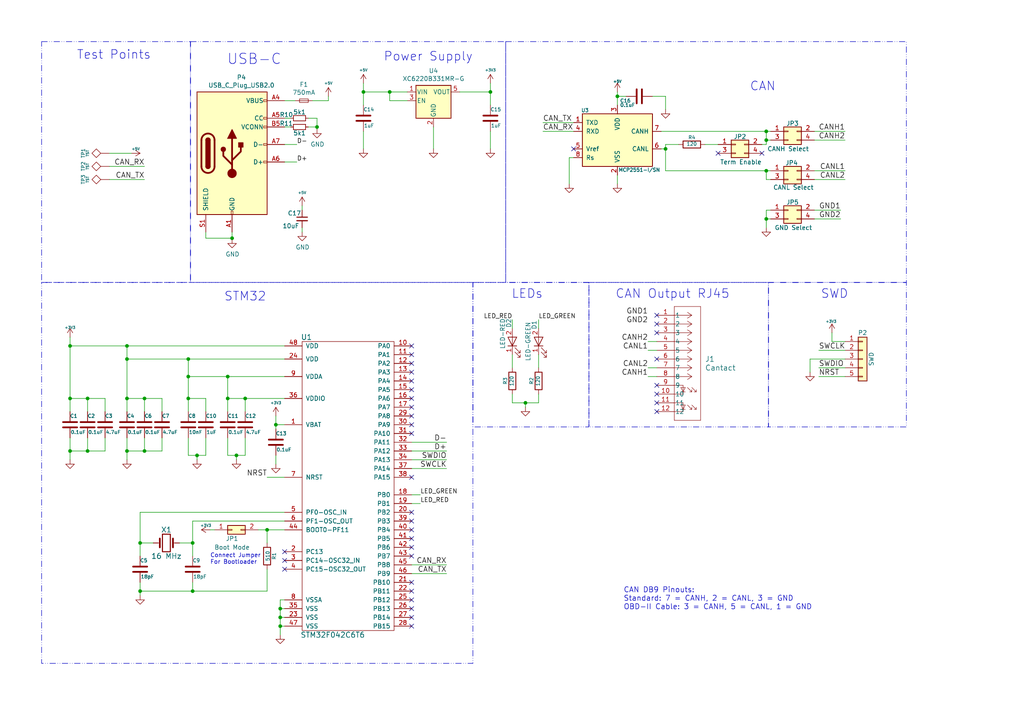
<source format=kicad_sch>
(kicad_sch (version 20250114) (generator "eeschema") (generator_version "9.0")
  (paper "A4")
  (lib_symbols
    (symbol "+3.3V_1" (power) (pin_names (offset 0))
      (property "Value" "+3.3V" (at 0 3.556 0))
      (symbol "+3.3V_1_1_1"
        (pin power_in line (at 0 0 90) (length 0) (hide yes) (name "+3V3") (number "1"))
      )
    )
    (symbol "+3.3V_10" (power) (pin_names (offset 0))
      (property "Value" "+3.3V" (at 0 3.556 0))
      (symbol "+3.3V_10_1_1"
        (pin power_in line (at 0 0 90) (length 0) (hide yes) (name "+3V3") (number "1"))
      )
    )
    (symbol "+3.3V_2" (power) (pin_names (offset 0))
      (property "Value" "+3.3V" (at 0 3.556 0))
      (symbol "+3.3V_2_1_1"
        (pin power_in line (at 0 0 90) (length 0) (hide yes) (name "+3V3") (number "1"))
      )
    )
    (symbol "+3.3V_3" (power) (pin_names (offset 0))
      (property "Value" "+3.3V" (at 0 3.556 0))
      (symbol "+3.3V_3_1_1"
        (pin power_in line (at 0 0 90) (length 0) (hide yes) (name "+3V3") (number "1"))
      )
    )
    (symbol "+3.3V_4" (power) (pin_names (offset 0))
      (property "Value" "+3.3V" (at 0 3.556 0))
      (symbol "+3.3V_4_1_1"
        (pin power_in line (at 0 0 90) (length 0) (hide yes) (name "+3V3") (number "1"))
      )
    )
    (symbol "+3.3V_5" (power) (pin_names (offset 0))
      (property "Value" "+3.3V" (at 0 3.556 0))
      (symbol "+3.3V_5_1_1"
        (pin power_in line (at 0 0 90) (length 0) (hide yes) (name "+3V3") (number "1"))
      )
    )
    (symbol "+3.3V_6" (power) (pin_names (offset 0))
      (property "Value" "+3.3V" (at 0 3.556 0))
      (symbol "+3.3V_6_1_1"
        (pin power_in line (at 0 0 90) (length 0) (hide yes) (name "+3V3") (number "1"))
      )
    )
    (symbol "+3.3V_7" (power) (pin_names (offset 0))
      (property "Value" "+3.3V" (at 0 3.556 0))
      (symbol "+3.3V_7_1_1"
        (pin power_in line (at 0 0 90) (length 0) (hide yes) (name "+3V3") (number "1"))
      )
    )
    (symbol "+3.3V_8" (power) (pin_names (offset 0))
      (property "Value" "+3.3V" (at 0 3.556 0))
      (symbol "+3.3V_8_1_1"
        (pin power_in line (at 0 0 90) (length 0) (hide yes) (name "+3V3") (number "1"))
      )
    )
    (symbol "+3.3V_9" (power) (pin_names (offset 0))
      (property "Value" "+3.3V" (at 0 3.556 0))
      (symbol "+3.3V_9_1_1"
        (pin power_in line (at 0 0 90) (length 0) (hide yes) (name "+3V3") (number "1"))
      )
    )
    (symbol "+5V_1" (power) (pin_names (offset 0))
      (property "Value" "+5V" (at 0 3.556 0))
      (symbol "+5V_1_1_1"
        (pin power_in line (at 0 0 90) (length 0) (hide yes) (name "+5V") (number "1"))
      )
    )
    (symbol "+5V_2" (power) (pin_names (offset 0))
      (property "Value" "+5V" (at 0 3.556 0))
      (symbol "+5V_2_1_1"
        (pin power_in line (at 0 0 90) (length 0) (hide yes) (name "+5V") (number "1"))
      )
    )
    (symbol "+5V_3" (power) (pin_names (offset 0))
      (property "Value" "+5V" (at 0 3.556 0))
      (symbol "+5V_3_1_1"
        (pin power_in line (at 0 0 90) (length 0) (hide yes) (name "+5V") (number "1"))
      )
    )
    (symbol "+5V_4" (power) (pin_names (offset 0))
      (property "Value" "+5V" (at 0 3.556 0))
      (symbol "+5V_4_1_1"
        (pin power_in line (at 0 0 90) (length 0) (hide yes) (name "+5V") (number "1"))
      )
    )
    (symbol "+5V_5" (power) (pin_names (offset 0))
      (property "Value" "+5V" (at 0 3.556 0))
      (symbol "+5V_5_1_1"
        (pin power_in line (at 0 0 90) (length 0) (hide yes) (name "+5V") (number "1"))
      )
    )
    (symbol "+5V_6" (power) (pin_names (offset 0))
      (property "Value" "+5V" (at 0 3.556 0))
      (symbol "+5V_6_1_1"
        (pin power_in line (at 0 0 90) (length 0) (hide yes) (name "+5V") (number "1"))
      )
    )
    (symbol "+5V_7" (power) (pin_names (offset 0))
      (property "Value" "+5V" (at 0 3.556 0))
      (symbol "+5V_7_1_1"
        (pin power_in line (at 0 0 90) (length 0) (hide yes) (name "+5V") (number "1"))
      )
    )
    (symbol "+5V_8" (power) (pin_names (offset 0))
      (property "Value" "+5V" (at 0 3.556 0))
      (symbol "+5V_8_1_1"
        (pin power_in line (at 0 0 90) (length 0) (hide yes) (name "+5V") (number "1"))
      )
    )
    (symbol "C_1" (pin_numbers (hide yes)) (pin_names (offset 0.254))
      (property "Reference" "C" (at 0.635 2.54 0))
      (property "Value" "C" (at 0.635 -2.54 0))
      (symbol "C_1_1_1"
        (pin passive line (at 0 3.81 270) (length 2.794) (name "~") (number "1"))
        (pin passive line (at 0 -3.81 90) (length 2.794) (name "~") (number "2"))
      )
    )
    (symbol "C_10" (pin_numbers (hide yes)) (pin_names (offset 0.254))
      (property "Reference" "C" (at 0.635 2.54 0))
      (property "Value" "C" (at 0.635 -2.54 0))
      (symbol "C_10_1_1"
        (pin passive line (at 0 3.81 270) (length 2.794) (name "~") (number "1"))
        (pin passive line (at 0 -3.81 90) (length 2.794) (name "~") (number "2"))
      )
    )
    (symbol "C_11" (pin_numbers (hide yes)) (pin_names (offset 0.254))
      (property "Reference" "C" (at 0.635 2.54 0))
      (property "Value" "C" (at 0.635 -2.54 0))
      (symbol "C_11_1_1"
        (pin passive line (at 0 3.81 270) (length 2.794) (name "~") (number "1"))
        (pin passive line (at 0 -3.81 90) (length 2.794) (name "~") (number "2"))
      )
    )
    (symbol "C_12" (pin_numbers (hide yes)) (pin_names (offset 0.254))
      (property "Reference" "C" (at 0.635 2.54 0))
      (property "Value" "C" (at 0.635 -2.54 0))
      (symbol "C_12_1_1"
        (pin passive line (at 0 3.81 270) (length 2.794) (name "~") (number "1"))
        (pin passive line (at 0 -3.81 90) (length 2.794) (name "~") (number "2"))
      )
    )
    (symbol "C_13" (pin_numbers (hide yes)) (pin_names (offset 0.254))
      (property "Reference" "C" (at 0.635 2.54 0))
      (property "Value" "C" (at 0.635 -2.54 0))
      (symbol "C_13_1_1"
        (pin passive line (at 0 3.81 270) (length 2.794) (name "~") (number "1"))
        (pin passive line (at 0 -3.81 90) (length 2.794) (name "~") (number "2"))
      )
    )
    (symbol "C_14" (pin_numbers (hide yes)) (pin_names (offset 0.254))
      (property "Reference" "C" (at 0.635 2.54 0))
      (property "Value" "C" (at 0.635 -2.54 0))
      (symbol "C_14_1_1"
        (pin passive line (at 0 3.81 270) (length 2.794) (name "~") (number "1"))
        (pin passive line (at 0 -3.81 90) (length 2.794) (name "~") (number "2"))
      )
    )
    (symbol "C_15" (pin_numbers (hide yes)) (pin_names (offset 0.254))
      (property "Reference" "C" (at 0.635 2.54 0))
      (property "Value" "C" (at 0.635 -2.54 0))
      (symbol "C_15_1_1"
        (pin passive line (at 0 3.81 270) (length 2.794) (name "~") (number "1"))
        (pin passive line (at 0 -3.81 90) (length 2.794) (name "~") (number "2"))
      )
    )
    (symbol "C_16" (pin_numbers (hide yes)) (pin_names (offset 0.254))
      (property "Reference" "C" (at 0.635 2.54 0))
      (property "Value" "C" (at 0.635 -2.54 0))
      (symbol "C_16_1_1"
        (pin passive line (at 0 3.81 270) (length 2.794) (name "~") (number "1"))
        (pin passive line (at 0 -3.81 90) (length 2.794) (name "~") (number "2"))
      )
    )
    (symbol "C_17" (pin_numbers (hide yes)) (pin_names (offset 0.254))
      (property "Reference" "C" (at 0.635 2.54 0))
      (property "Value" "C" (at 0.635 -2.54 0))
      (symbol "C_17_1_1"
        (pin passive line (at 0 3.81 270) (length 2.794) (name "~") (number "1"))
        (pin passive line (at 0 -3.81 90) (length 2.794) (name "~") (number "2"))
      )
    )
    (symbol "C_18" (pin_numbers (hide yes)) (pin_names (offset 0.254))
      (property "Reference" "C" (at 0.635 2.54 0))
      (property "Value" "C" (at 0.635 -2.54 0))
      (symbol "C_18_1_1"
        (pin passive line (at 0 3.81 270) (length 2.794) (name "~") (number "1"))
        (pin passive line (at 0 -3.81 90) (length 2.794) (name "~") (number "2"))
      )
    )
    (symbol "C_19" (pin_numbers (hide yes)) (pin_names (offset 0.254))
      (property "Reference" "C" (at 0.635 2.54 0))
      (property "Value" "C" (at 0.635 -2.54 0))
      (symbol "C_19_1_1"
        (pin passive line (at 0 3.81 270) (length 2.794) (name "~") (number "1"))
        (pin passive line (at 0 -3.81 90) (length 2.794) (name "~") (number "2"))
      )
    )
    (symbol "C_2" (pin_numbers (hide yes)) (pin_names (offset 0.254))
      (property "Reference" "C" (at 0.635 2.54 0))
      (property "Value" "C" (at 0.635 -2.54 0))
      (symbol "C_2_1_1"
        (pin passive line (at 0 3.81 270) (length 2.794) (name "~") (number "1"))
        (pin passive line (at 0 -3.81 90) (length 2.794) (name "~") (number "2"))
      )
    )
    (symbol "C_20" (pin_numbers (hide yes)) (pin_names (offset 0.254))
      (property "Reference" "C" (at 0.635 2.54 0))
      (property "Value" "C" (at 0.635 -2.54 0))
      (symbol "C_20_1_1"
        (pin passive line (at 0 3.81 270) (length 2.794) (name "~") (number "1"))
        (pin passive line (at 0 -3.81 90) (length 2.794) (name "~") (number "2"))
      )
    )
    (symbol "C_21" (pin_numbers (hide yes)) (pin_names (offset 0.254))
      (property "Reference" "C" (at 0.635 2.54 0))
      (property "Value" "C" (at 0.635 -2.54 0))
      (symbol "C_21_1_1"
        (pin passive line (at 0 3.81 270) (length 2.794) (name "~") (number "1"))
        (pin passive line (at 0 -3.81 90) (length 2.794) (name "~") (number "2"))
      )
    )
    (symbol "C_22" (pin_numbers (hide yes)) (pin_names (offset 0.254))
      (property "Reference" "C" (at 0.635 2.54 0))
      (property "Value" "C" (at 0.635 -2.54 0))
      (symbol "C_22_1_1"
        (pin passive line (at 0 3.81 270) (length 2.794) (name "~") (number "1"))
        (pin passive line (at 0 -3.81 90) (length 2.794) (name "~") (number "2"))
      )
    )
    (symbol "C_23" (pin_numbers (hide yes)) (pin_names (offset 0.254))
      (property "Reference" "C" (at 0.635 2.54 0))
      (property "Value" "C" (at 0.635 -2.54 0))
      (symbol "C_23_1_1"
        (pin passive line (at 0 3.81 270) (length 2.794) (name "~") (number "1"))
        (pin passive line (at 0 -3.81 90) (length 2.794) (name "~") (number "2"))
      )
    )
    (symbol "C_24" (pin_numbers (hide yes)) (pin_names (offset 0.254))
      (property "Reference" "C" (at 0.635 2.54 0))
      (property "Value" "C" (at 0.635 -2.54 0))
      (symbol "C_24_1_1"
        (pin passive line (at 0 3.81 270) (length 2.794) (name "~") (number "1"))
        (pin passive line (at 0 -3.81 90) (length 2.794) (name "~") (number "2"))
      )
    )
    (symbol "C_25" (pin_numbers (hide yes)) (pin_names (offset 0.254))
      (property "Reference" "C" (at 0.635 2.54 0))
      (property "Value" "C" (at 0.635 -2.54 0))
      (symbol "C_25_1_1"
        (pin passive line (at 0 3.81 270) (length 2.794) (name "~") (number "1"))
        (pin passive line (at 0 -3.81 90) (length 2.794) (name "~") (number "2"))
      )
    )
    (symbol "C_26" (pin_numbers (hide yes)) (pin_names (offset 0.254))
      (property "Reference" "C" (at 0.635 2.54 0))
      (property "Value" "C" (at 0.635 -2.54 0))
      (symbol "C_26_1_1"
        (pin passive line (at 0 3.81 270) (length 2.794) (name "~") (number "1"))
        (pin passive line (at 0 -3.81 90) (length 2.794) (name "~") (number "2"))
      )
    )
    (symbol "C_27" (pin_numbers (hide yes)) (pin_names (offset 0.254))
      (property "Reference" "C" (at 0.635 2.54 0))
      (property "Value" "C" (at 0.635 -2.54 0))
      (symbol "C_27_1_1"
        (pin passive line (at 0 3.81 270) (length 2.794) (name "~") (number "1"))
        (pin passive line (at 0 -3.81 90) (length 2.794) (name "~") (number "2"))
      )
    )
    (symbol "C_28" (pin_numbers (hide yes)) (pin_names (offset 0.254))
      (property "Reference" "C" (at 0.635 2.54 0))
      (property "Value" "C" (at 0.635 -2.54 0))
      (symbol "C_28_1_1"
        (pin passive line (at 0 3.81 270) (length 2.794) (name "~") (number "1"))
        (pin passive line (at 0 -3.81 90) (length 2.794) (name "~") (number "2"))
      )
    )
    (symbol "C_29" (pin_numbers (hide yes)) (pin_names (offset 0.254))
      (property "Reference" "C" (at 0.635 2.54 0))
      (property "Value" "C" (at 0.635 -2.54 0))
      (symbol "C_29_1_1"
        (pin passive line (at 0 3.81 270) (length 2.794) (name "~") (number "1"))
        (pin passive line (at 0 -3.81 90) (length 2.794) (name "~") (number "2"))
      )
    )
    (symbol "C_3" (pin_numbers (hide yes)) (pin_names (offset 0.254))
      (property "Reference" "C" (at 0.635 2.54 0))
      (property "Value" "C" (at 0.635 -2.54 0))
      (symbol "C_3_1_1"
        (pin passive line (at 0 3.81 270) (length 2.794) (name "~") (number "1"))
        (pin passive line (at 0 -3.81 90) (length 2.794) (name "~") (number "2"))
      )
    )
    (symbol "C_30" (pin_numbers (hide yes)) (pin_names (offset 0.254))
      (property "Reference" "C" (at 0.635 2.54 0))
      (property "Value" "C" (at 0.635 -2.54 0))
      (symbol "C_30_1_1"
        (pin passive line (at 0 3.81 270) (length 2.794) (name "~") (number "1"))
        (pin passive line (at 0 -3.81 90) (length 2.794) (name "~") (number "2"))
      )
    )
    (symbol "C_31" (pin_numbers (hide yes)) (pin_names (offset 0.254))
      (property "Reference" "C" (at 0.635 2.54 0))
      (property "Value" "C" (at 0.635 -2.54 0))
      (symbol "C_31_1_1"
        (pin passive line (at 0 3.81 270) (length 2.794) (name "~") (number "1"))
        (pin passive line (at 0 -3.81 90) (length 2.794) (name "~") (number "2"))
      )
    )
    (symbol "C_32" (pin_numbers (hide yes)) (pin_names (offset 0.254))
      (property "Reference" "C" (at 0.635 2.54 0))
      (property "Value" "C" (at 0.635 -2.54 0))
      (symbol "C_32_1_1"
        (pin passive line (at 0 3.81 270) (length 2.794) (name "~") (number "1"))
        (pin passive line (at 0 -3.81 90) (length 2.794) (name "~") (number "2"))
      )
    )
    (symbol "C_4" (pin_numbers (hide yes)) (pin_names (offset 0.254))
      (property "Reference" "C" (at 0.635 2.54 0))
      (property "Value" "C" (at 0.635 -2.54 0))
      (symbol "C_4_1_1"
        (pin passive line (at 0 3.81 270) (length 2.794) (name "~") (number "1"))
        (pin passive line (at 0 -3.81 90) (length 2.794) (name "~") (number "2"))
      )
    )
    (symbol "C_5" (pin_numbers (hide yes)) (pin_names (offset 0.254))
      (property "Reference" "C" (at 0.635 2.54 0))
      (property "Value" "C" (at 0.635 -2.54 0))
      (symbol "C_5_1_1"
        (pin passive line (at 0 3.81 270) (length 2.794) (name "~") (number "1"))
        (pin passive line (at 0 -3.81 90) (length 2.794) (name "~") (number "2"))
      )
    )
    (symbol "C_6" (pin_numbers (hide yes)) (pin_names (offset 0.254))
      (property "Reference" "C" (at 0.635 2.54 0))
      (property "Value" "C" (at 0.635 -2.54 0))
      (symbol "C_6_1_1"
        (pin passive line (at 0 3.81 270) (length 2.794) (name "~") (number "1"))
        (pin passive line (at 0 -3.81 90) (length 2.794) (name "~") (number "2"))
      )
    )
    (symbol "C_7" (pin_numbers (hide yes)) (pin_names (offset 0.254))
      (property "Reference" "C" (at 0.635 2.54 0))
      (property "Value" "C" (at 0.635 -2.54 0))
      (symbol "C_7_1_1"
        (pin passive line (at 0 3.81 270) (length 2.794) (name "~") (number "1"))
        (pin passive line (at 0 -3.81 90) (length 2.794) (name "~") (number "2"))
      )
    )
    (symbol "C_8" (pin_numbers (hide yes)) (pin_names (offset 0.254))
      (property "Reference" "C" (at 0.635 2.54 0))
      (property "Value" "C" (at 0.635 -2.54 0))
      (symbol "C_8_1_1"
        (pin passive line (at 0 3.81 270) (length 2.794) (name "~") (number "1"))
        (pin passive line (at 0 -3.81 90) (length 2.794) (name "~") (number "2"))
      )
    )
    (symbol "C_9" (pin_numbers (hide yes)) (pin_names (offset 0.254))
      (property "Reference" "C" (at 0.635 2.54 0))
      (property "Value" "C" (at 0.635 -2.54 0))
      (symbol "C_9_1_1"
        (pin passive line (at 0 3.81 270) (length 2.794) (name "~") (number "1"))
        (pin passive line (at 0 -3.81 90) (length 2.794) (name "~") (number "2"))
      )
    )
    (symbol "Conn_01x05_1" (pin_names (offset 1.016) (hide yes))
      (property "Reference" "J" (at 0 7.62 0))
      (property "Value" "Conn_01x05" (at 0 -7.62 0))
      (symbol "Conn_01x05_1_1_1"
        (pin passive line (at -5.08 5.08 0) (length 3.81) (name "Pin_1") (number "1"))
        (pin passive line (at -5.08 2.54 0) (length 3.81) (name "Pin_2") (number "2"))
        (pin passive line (at -5.08 0 0) (length 3.81) (name "Pin_3") (number "3"))
        (pin passive line (at -5.08 -2.54 0) (length 3.81) (name "Pin_4") (number "4"))
        (pin passive line (at -5.08 -5.08 0) (length 3.81) (name "Pin_5") (number "5"))
      )
    )
    (symbol "Conn_01x05_2" (pin_names (offset 1.016) (hide yes))
      (property "Reference" "J" (at 0 7.62 0))
      (property "Value" "Conn_01x05" (at 0 -7.62 0))
      (symbol "Conn_01x05_2_1_1"
        (pin passive line (at -5.08 5.08 0) (length 3.81) (name "Pin_1") (number "1"))
        (pin passive line (at -5.08 2.54 0) (length 3.81) (name "Pin_2") (number "2"))
        (pin passive line (at -5.08 0 0) (length 3.81) (name "Pin_3") (number "3"))
        (pin passive line (at -5.08 -2.54 0) (length 3.81) (name "Pin_4") (number "4"))
        (pin passive line (at -5.08 -5.08 0) (length 3.81) (name "Pin_5") (number "5"))
      )
    )
    (symbol "Conn_02x01_1" (pin_names (offset 1.016) (hide yes))
      (property "Reference" "J" (at 1.27 2.54 0))
      (property "Value" "Conn_02x01" (at 1.27 -2.54 0))
      (symbol "Conn_02x01_1_1_1"
        (pin passive line (at -5.08 0 0) (length 3.81) (name "Pin_1") (number "1"))
        (pin passive line (at 7.62 0 180) (length 3.81) (name "Pin_2") (number "2"))
      )
    )
    (symbol "Conn_02x01_2" (pin_names (offset 1.016) (hide yes))
      (property "Reference" "J" (at 1.27 2.54 0))
      (property "Value" "Conn_02x01" (at 1.27 -2.54 0))
      (symbol "Conn_02x01_2_1_1"
        (pin passive line (at -5.08 0 0) (length 3.81) (name "Pin_1") (number "1"))
        (pin passive line (at 7.62 0 180) (length 3.81) (name "Pin_2") (number "2"))
      )
    )
    (symbol "Conn_02x02_Odd_Even_1" (pin_names (offset 1.016) (hide yes))
      (property "Reference" "J" (at 1.27 2.54 0))
      (property "Value" "Conn_02x02_Odd_Even" (at 1.27 -5.08 0))
      (symbol "Conn_02x02_Odd_Even_1_1_1"
        (pin passive line (at -5.08 0 0) (length 3.81) (name "Pin_1") (number "1"))
        (pin passive line (at -5.08 -2.54 0) (length 3.81) (name "Pin_3") (number "3"))
        (pin passive line (at 7.62 0 180) (length 3.81) (name "Pin_2") (number "2"))
        (pin passive line (at 7.62 -2.54 180) (length 3.81) (name "Pin_4") (number "4"))
      )
    )
    (symbol "Conn_02x02_Odd_Even_2" (pin_names (offset 1.016) (hide yes))
      (property "Reference" "J" (at 1.27 2.54 0))
      (property "Value" "Conn_02x02_Odd_Even" (at 1.27 -5.08 0))
      (symbol "Conn_02x02_Odd_Even_2_1_1"
        (pin passive line (at -5.08 0 0) (length 3.81) (name "Pin_1") (number "1"))
        (pin passive line (at -5.08 -2.54 0) (length 3.81) (name "Pin_3") (number "3"))
        (pin passive line (at 7.62 0 180) (length 3.81) (name "Pin_2") (number "2"))
        (pin passive line (at 7.62 -2.54 180) (length 3.81) (name "Pin_4") (number "4"))
      )
    )
    (symbol "Conn_02x02_Odd_Even_3" (pin_names (offset 1.016) (hide yes))
      (property "Reference" "J" (at 1.27 2.54 0))
      (property "Value" "Conn_02x02_Odd_Even" (at 1.27 -5.08 0))
      (symbol "Conn_02x02_Odd_Even_3_1_1"
        (pin passive line (at -5.08 0 0) (length 3.81) (name "Pin_1") (number "1"))
        (pin passive line (at -5.08 -2.54 0) (length 3.81) (name "Pin_3") (number "3"))
        (pin passive line (at 7.62 0 180) (length 3.81) (name "Pin_2") (number "2"))
        (pin passive line (at 7.62 -2.54 180) (length 3.81) (name "Pin_4") (number "4"))
      )
    )
    (symbol "Conn_02x02_Odd_Even_4" (pin_names (offset 1.016) (hide yes))
      (property "Reference" "J" (at 1.27 2.54 0))
      (property "Value" "Conn_02x02_Odd_Even" (at 1.27 -5.08 0))
      (symbol "Conn_02x02_Odd_Even_4_1_1"
        (pin passive line (at -5.08 0 0) (length 3.81) (name "Pin_1") (number "1"))
        (pin passive line (at -5.08 -2.54 0) (length 3.81) (name "Pin_3") (number "3"))
        (pin passive line (at 7.62 0 180) (length 3.81) (name "Pin_2") (number "2"))
        (pin passive line (at 7.62 -2.54 180) (length 3.81) (name "Pin_4") (number "4"))
      )
    )
    (symbol "Conn_02x02_Odd_Even_5" (pin_names (offset 1.016) (hide yes))
      (property "Reference" "J" (at 1.27 2.54 0))
      (property "Value" "Conn_02x02_Odd_Even" (at 1.27 -5.08 0))
      (symbol "Conn_02x02_Odd_Even_5_1_1"
        (pin passive line (at -5.08 0 0) (length 3.81) (name "Pin_1") (number "1"))
        (pin passive line (at -5.08 -2.54 0) (length 3.81) (name "Pin_3") (number "3"))
        (pin passive line (at 7.62 0 180) (length 3.81) (name "Pin_2") (number "2"))
        (pin passive line (at 7.62 -2.54 180) (length 3.81) (name "Pin_4") (number "4"))
      )
    )
    (symbol "Conn_02x02_Odd_Even_6" (pin_names (offset 1.016) (hide yes))
      (property "Reference" "J" (at 1.27 2.54 0))
      (property "Value" "Conn_02x02_Odd_Even" (at 1.27 -5.08 0))
      (symbol "Conn_02x02_Odd_Even_6_1_1"
        (pin passive line (at -5.08 0 0) (length 3.81) (name "Pin_1") (number "1"))
        (pin passive line (at -5.08 -2.54 0) (length 3.81) (name "Pin_3") (number "3"))
        (pin passive line (at 7.62 0 180) (length 3.81) (name "Pin_2") (number "2"))
        (pin passive line (at 7.62 -2.54 180) (length 3.81) (name "Pin_4") (number "4"))
      )
    )
    (symbol "Conn_02x02_Odd_Even_7" (pin_names (offset 1.016) (hide yes))
      (property "Reference" "J" (at 1.27 2.54 0))
      (property "Value" "Conn_02x02_Odd_Even" (at 1.27 -5.08 0))
      (symbol "Conn_02x02_Odd_Even_7_1_1"
        (pin passive line (at -5.08 0 0) (length 3.81) (name "Pin_1") (number "1"))
        (pin passive line (at -5.08 -2.54 0) (length 3.81) (name "Pin_3") (number "3"))
        (pin passive line (at 7.62 0 180) (length 3.81) (name "Pin_2") (number "2"))
        (pin passive line (at 7.62 -2.54 180) (length 3.81) (name "Pin_4") (number "4"))
      )
    )
    (symbol "Conn_02x02_Odd_Even_8" (pin_names (offset 1.016) (hide yes))
      (property "Reference" "J" (at 1.27 2.54 0))
      (property "Value" "Conn_02x02_Odd_Even" (at 1.27 -5.08 0))
      (symbol "Conn_02x02_Odd_Even_8_1_1"
        (pin passive line (at -5.08 0 0) (length 3.81) (name "Pin_1") (number "1"))
        (pin passive line (at -5.08 -2.54 0) (length 3.81) (name "Pin_3") (number "3"))
        (pin passive line (at 7.62 0 180) (length 3.81) (name "Pin_2") (number "2"))
        (pin passive line (at 7.62 -2.54 180) (length 3.81) (name "Pin_4") (number "4"))
      )
    )
    (symbol "Crystal_1" (pin_numbers (hide yes)) (pin_names (offset 1.016) (hide yes))
      (property "Reference" "Y" (at 0 3.81 0))
      (property "Value" "Crystal" (at 0 -3.81 0))
      (symbol "Crystal_1_1_1"
        (pin passive line (at -3.81 0 0) (length 1.27) (name "1") (number "1"))
        (pin passive line (at 3.81 0 180) (length 1.27) (name "2") (number "2"))
      )
    )
    (symbol "Crystal_2" (pin_numbers (hide yes)) (pin_names (offset 1.016) (hide yes))
      (property "Reference" "Y" (at 0 3.81 0))
      (property "Value" "Crystal" (at 0 -3.81 0))
      (symbol "Crystal_2_1_1"
        (pin passive line (at -3.81 0 0) (length 1.27) (name "1") (number "1"))
        (pin passive line (at 3.81 0 180) (length 1.27) (name "2") (number "2"))
      )
    )
    (symbol "DB9_Female_1" (pin_names (offset 1.016) (hide yes))
      (property "Reference" "J" (at 0 13.97 0))
      (property "Value" "DB9_Female" (at 0 -14.605 0))
      (symbol "DB9_Female_1_1_1"
        (pin passive line (at -7.62 10.16 0) (length 3.81) (name "1") (number "1"))
        (pin passive line (at -7.62 7.62 0) (length 3.81) (name "6") (number "6"))
        (pin passive line (at -7.62 5.08 0) (length 3.81) (name "2") (number "2"))
        (pin passive line (at -7.62 2.54 0) (length 3.81) (name "7") (number "7"))
        (pin passive line (at -7.62 0 0) (length 3.81) (name "3") (number "3"))
        (pin passive line (at -7.62 -2.54 0) (length 3.81) (name "8") (number "8"))
        (pin passive line (at -7.62 -5.08 0) (length 3.81) (name "4") (number "4"))
        (pin passive line (at -7.62 -7.62 0) (length 3.81) (name "9") (number "9"))
        (pin passive line (at -7.62 -10.16 0) (length 3.81) (name "5") (number "5"))
      )
    )
    (symbol "Device:C_Small" (pin_numbers (hide yes)) (pin_names (offset 0.254) (hide yes))
      (property "Reference" "C" (at 0.254 1.778 0))
      (property "Value" "C_Small" (at 0.254 -2.032 0))
      (symbol "C_Small_1_1"
        (pin passive line (at 0 2.54 270) (length 2.032) (name "~") (number "1"))
        (pin passive line (at 0 -2.54 90) (length 2.032) (name "~") (number "2"))
      )
    )
    (symbol "Device:Fuse_Small" (pin_numbers (hide yes)) (pin_names (offset 0.254) (hide yes))
      (property "Reference" "F" (at 0 -1.524 0))
      (property "Value" "Fuse_Small" (at 0 1.524 0))
      (symbol "Fuse_Small_1_1"
        (pin passive line (at -2.54 0 0) (length 1.27) (name "~") (number "1"))
        (pin passive line (at 2.54 0 180) (length 1.27) (name "~") (number "2"))
      )
    )
    (symbol "Device:R_Small" (pin_numbers (hide yes)) (pin_names (offset 0.254) (hide yes))
      (property "Reference" "R" (at 0.762 0.508 0))
      (property "Value" "R_Small" (at 0.762 -1.016 0))
      (symbol "R_Small_1_1"
        (pin passive line (at 0 2.54 270) (length 0.762) (name "~") (number "1"))
        (pin passive line (at 0 -2.54 90) (length 0.762) (name "~") (number "2"))
      )
    )
    (symbol "GND_1" (power) (pin_names (offset 0))
      (property "Value" "GND" (at 0 -3.81 0))
      (symbol "GND_1_1_1"
        (pin power_in line (at 0 0 270) (length 0) (hide yes) (name "GND") (number "1"))
      )
    )
    (symbol "GND_10" (power) (pin_names (offset 0))
      (property "Value" "GND" (at 0 -3.81 0))
      (symbol "GND_10_1_1"
        (pin power_in line (at 0 0 270) (length 0) (hide yes) (name "GND") (number "1"))
      )
    )
    (symbol "GND_11" (power) (pin_names (offset 0))
      (property "Value" "GND" (at 0 -3.81 0))
      (symbol "GND_11_1_1"
        (pin power_in line (at 0 0 270) (length 0) (hide yes) (name "GND") (number "1"))
      )
    )
    (symbol "GND_12" (power) (pin_names (offset 0))
      (property "Value" "GND" (at 0 -3.81 0))
      (symbol "GND_12_1_1"
        (pin power_in line (at 0 0 270) (length 0) (hide yes) (name "GND") (number "1"))
      )
    )
    (symbol "GND_13" (power) (pin_names (offset 0))
      (property "Value" "GND" (at 0 -3.81 0))
      (symbol "GND_13_1_1"
        (pin power_in line (at 0 0 270) (length 0) (hide yes) (name "GND") (number "1"))
      )
    )
    (symbol "GND_14" (power) (pin_names (offset 0))
      (property "Value" "GND" (at 0 -3.81 0))
      (symbol "GND_14_1_1"
        (pin power_in line (at 0 0 270) (length 0) (hide yes) (name "GND") (number "1"))
      )
    )
    (symbol "GND_15" (power) (pin_names (offset 0))
      (property "Value" "GND" (at 0 -3.81 0))
      (symbol "GND_15_1_1"
        (pin power_in line (at 0 0 270) (length 0) (hide yes) (name "GND") (number "1"))
      )
    )
    (symbol "GND_16" (power) (pin_names (offset 0))
      (property "Value" "GND" (at 0 -3.81 0))
      (symbol "GND_16_1_1"
        (pin power_in line (at 0 0 270) (length 0) (hide yes) (name "GND") (number "1"))
      )
    )
    (symbol "GND_17" (power) (pin_names (offset 0))
      (property "Value" "GND" (at 0 -3.81 0))
      (symbol "GND_17_1_1"
        (pin power_in line (at 0 0 270) (length 0) (hide yes) (name "GND") (number "1"))
      )
    )
    (symbol "GND_18" (power) (pin_names (offset 0))
      (property "Value" "GND" (at 0 -3.81 0))
      (symbol "GND_18_1_1"
        (pin power_in line (at 0 0 270) (length 0) (hide yes) (name "GND") (number "1"))
      )
    )
    (symbol "GND_19" (power) (pin_names (offset 0))
      (property "Value" "GND" (at 0 -3.81 0))
      (symbol "GND_19_1_1"
        (pin power_in line (at 0 0 270) (length 0) (hide yes) (name "GND") (number "1"))
      )
    )
    (symbol "GND_2" (power) (pin_names (offset 0))
      (property "Value" "GND" (at 0 -3.81 0))
      (symbol "GND_2_1_1"
        (pin power_in line (at 0 0 270) (length 0) (hide yes) (name "GND") (number "1"))
      )
    )
    (symbol "GND_20" (power) (pin_names (offset 0))
      (property "Value" "GND" (at 0 -3.81 0))
      (symbol "GND_20_1_1"
        (pin power_in line (at 0 0 270) (length 0) (hide yes) (name "GND") (number "1"))
      )
    )
    (symbol "GND_21" (power) (pin_names (offset 0))
      (property "Value" "GND" (at 0 -3.81 0))
      (symbol "GND_21_1_1"
        (pin power_in line (at 0 0 270) (length 0) (hide yes) (name "GND") (number "1"))
      )
    )
    (symbol "GND_22" (power) (pin_names (offset 0))
      (property "Value" "GND" (at 0 -3.81 0))
      (symbol "GND_22_1_1"
        (pin power_in line (at 0 0 270) (length 0) (hide yes) (name "GND") (number "1"))
      )
    )
    (symbol "GND_23" (power) (pin_names (offset 0))
      (property "Value" "GND" (at 0 -3.81 0))
      (symbol "GND_23_1_1"
        (pin power_in line (at 0 0 270) (length 0) (hide yes) (name "GND") (number "1"))
      )
    )
    (symbol "GND_25" (power) (pin_names (offset 0))
      (property "Value" "GND" (at 0 -3.81 0))
      (symbol "GND_25_1_1"
        (pin power_in line (at 0 0 270) (length 0) (hide yes) (name "GND") (number "1"))
      )
    )
    (symbol "GND_26" (power) (pin_names (offset 0))
      (property "Value" "GND" (at 0 -3.81 0))
      (symbol "GND_26_1_1"
        (pin power_in line (at 0 0 270) (length 0) (hide yes) (name "GND") (number "1"))
      )
    )
    (symbol "GND_27" (power) (pin_names (offset 0))
      (property "Value" "GND" (at 0 -3.81 0))
      (symbol "GND_27_1_1"
        (pin power_in line (at 0 0 270) (length 0) (hide yes) (name "GND") (number "1"))
      )
    )
    (symbol "GND_28" (power) (pin_names (offset 0))
      (property "Value" "GND" (at 0 -3.81 0))
      (symbol "GND_28_1_1"
        (pin power_in line (at 0 0 270) (length 0) (hide yes) (name "GND") (number "1"))
      )
    )
    (symbol "GND_29" (power) (pin_names (offset 0))
      (property "Value" "GND" (at 0 -3.81 0))
      (symbol "GND_29_1_1"
        (pin power_in line (at 0 0 270) (length 0) (hide yes) (name "GND") (number "1"))
      )
    )
    (symbol "GND_3" (power) (pin_names (offset 0))
      (property "Value" "GND" (at 0 -3.81 0))
      (symbol "GND_3_1_1"
        (pin power_in line (at 0 0 270) (length 0) (hide yes) (name "GND") (number "1"))
      )
    )
    (symbol "GND_30" (power) (pin_names (offset 0))
      (property "Value" "GND" (at 0 -3.81 0))
      (symbol "GND_30_1_1"
        (pin power_in line (at 0 0 270) (length 0) (hide yes) (name "GND") (number "1"))
      )
    )
    (symbol "GND_31" (power) (pin_names (offset 0))
      (property "Value" "GND" (at 0 -3.81 0))
      (symbol "GND_31_1_1"
        (pin power_in line (at 0 0 270) (length 0) (hide yes) (name "GND") (number "1"))
      )
    )
    (symbol "GND_32" (power) (pin_names (offset 0))
      (property "Value" "GND" (at 0 -3.81 0))
      (symbol "GND_32_1_1"
        (pin power_in line (at 0 0 270) (length 0) (hide yes) (name "GND") (number "1"))
      )
    )
    (symbol "GND_33" (power) (pin_names (offset 0))
      (property "Value" "GND" (at 0 -3.81 0))
      (symbol "GND_33_1_1"
        (pin power_in line (at 0 0 270) (length 0) (hide yes) (name "GND") (number "1"))
      )
    )
    (symbol "GND_34" (power) (pin_names (offset 0))
      (property "Value" "GND" (at 0 -3.81 0))
      (symbol "GND_34_1_1"
        (pin power_in line (at 0 0 270) (length 0) (hide yes) (name "GND") (number "1"))
      )
    )
    (symbol "GND_4" (power) (pin_names (offset 0))
      (property "Value" "GND" (at 0 -3.81 0))
      (symbol "GND_4_1_1"
        (pin power_in line (at 0 0 270) (length 0) (hide yes) (name "GND") (number "1"))
      )
    )
    (symbol "GND_5" (power) (pin_names (offset 0))
      (property "Value" "GND" (at 0 -3.81 0))
      (symbol "GND_5_1_1"
        (pin power_in line (at 0 0 270) (length 0) (hide yes) (name "GND") (number "1"))
      )
    )
    (symbol "GND_6" (power) (pin_names (offset 0))
      (property "Value" "GND" (at 0 -3.81 0))
      (symbol "GND_6_1_1"
        (pin power_in line (at 0 0 270) (length 0) (hide yes) (name "GND") (number "1"))
      )
    )
    (symbol "GND_7" (power) (pin_names (offset 0))
      (property "Value" "GND" (at 0 -3.81 0))
      (symbol "GND_7_1_1"
        (pin power_in line (at 0 0 270) (length 0) (hide yes) (name "GND") (number "1"))
      )
    )
    (symbol "GND_8" (power) (pin_names (offset 0))
      (property "Value" "GND" (at 0 -3.81 0))
      (symbol "GND_8_1_1"
        (pin power_in line (at 0 0 270) (length 0) (hide yes) (name "GND") (number "1"))
      )
    )
    (symbol "GND_9" (power) (pin_names (offset 0))
      (property "Value" "GND" (at 0 -3.81 0))
      (symbol "GND_9_1_1"
        (pin power_in line (at 0 0 270) (length 0) (hide yes) (name "GND") (number "1"))
      )
    )
    (symbol "HunterCat-NFC-rescue:AP2112K-3.3-Regulator_Linear" (pin_names (offset 0.254))
      (property "Reference" "U" (at -5.08 5.715 0))
      (property "Value" "AP2112K-3.3-Regulator_Linear" (at 0 5.715 0))
      (symbol "AP2112K-3.3-Regulator_Linear_1_1"
        (pin power_in line (at -7.62 2.54 0) (length 2.54) (name "VIN") (number "1"))
        (pin input line (at -7.62 0 0) (length 2.54) (name "EN") (number "3"))
        (pin power_in line (at 0 -7.62 90) (length 2.54) (name "GND") (number "2"))
        (pin power_out line (at 7.62 2.54 180) (length 2.54) (name "VOUT") (number "5"))
        (pin no_connect line (at 7.62 0 180) (length 2.54) (hide yes) (name "NC") (number "4"))
      )
    )
    (symbol "HunterCat-NFC-rescue:USB_C_Plug_USB2.0-Connector" (pin_names (offset 1.016))
      (property "Reference" "P" (at -10.16 19.05 0))
      (property "Value" "USB_C_Plug_USB2.0-Connector" (at 12.7 19.05 0))
      (symbol "USB_C_Plug_USB2.0-Connector_1_1"
        (pin passive line (at -7.62 -22.86 90) (length 5.08) (name "SHIELD") (number "S1"))
        (pin power_in line (at 0 -22.86 90) (length 5.08) (name "GND") (number "A1"))
        (pin passive line (at 0 -22.86 90) (length 5.08) (hide yes) (name "GND") (number "A12"))
        (pin passive line (at 0 -22.86 90) (length 5.08) (hide yes) (name "GND") (number "B1"))
        (pin passive line (at 0 -22.86 90) (length 5.08) (hide yes) (name "GND") (number "B12"))
        (pin power_in line (at 15.24 15.24 180) (length 5.08) (name "VBUS") (number "A4"))
        (pin passive line (at 15.24 15.24 180) (length 5.08) (hide yes) (name "VBUS") (number "A9"))
        (pin passive line (at 15.24 15.24 180) (length 5.08) (hide yes) (name "VBUS") (number "B4"))
        (pin passive line (at 15.24 15.24 180) (length 5.08) (hide yes) (name "VBUS") (number "B9"))
        (pin bidirectional line (at 15.24 10.16 180) (length 5.08) (name "CC") (number "A5"))
        (pin bidirectional line (at 15.24 7.62 180) (length 5.08) (name "VCONN") (number "B5"))
        (pin bidirectional line (at 15.24 2.54 180) (length 5.08) (name "D-") (number "A7"))
        (pin bidirectional line (at 15.24 -2.54 180) (length 5.08) (name "D+") (number "A6"))
      )
    )
    (symbol "LED_1" (pin_names (offset 1.016) (hide yes))
      (property "Reference" "D" (at 0 2.54 0))
      (property "Value" "LED" (at 0 -2.54 0))
      (symbol "LED_1_1_1"
        (pin passive line (at -3.81 0 0) (length 2.54) (name "K") (number "1"))
        (pin passive line (at 3.81 0 180) (length 2.54) (name "A") (number "2"))
      )
    )
    (symbol "LED_2" (pin_names (offset 1.016) (hide yes))
      (property "Reference" "D" (at 0 2.54 0))
      (property "Value" "LED" (at 0 -2.54 0))
      (symbol "LED_2_1_1"
        (pin passive line (at -3.81 0 0) (length 2.54) (name "K") (number "1"))
        (pin passive line (at 3.81 0 180) (length 2.54) (name "A") (number "2"))
      )
    )
    (symbol "LED_3" (pin_names (offset 1.016) (hide yes))
      (property "Reference" "D" (at 0 2.54 0))
      (property "Value" "LED" (at 0 -2.54 0))
      (symbol "LED_3_1_1"
        (pin passive line (at -3.81 0 0) (length 2.54) (name "K") (number "1"))
        (pin passive line (at 3.81 0 180) (length 2.54) (name "A") (number "2"))
      )
    )
    (symbol "LED_4" (pin_names (offset 1.016) (hide yes))
      (property "Reference" "D" (at 0 2.54 0))
      (property "Value" "LED" (at 0 -2.54 0))
      (symbol "LED_4_1_1"
        (pin passive line (at -3.81 0 0) (length 2.54) (name "K") (number "1"))
        (pin passive line (at 3.81 0 180) (length 2.54) (name "A") (number "2"))
      )
    )
    (symbol "MCP2551-I/SN_1" (pin_names (offset 1.016))
      (property "Reference" "U" (at -10.16 8.89 0))
      (property "Value" "MCP2551-I/SN" (at 2.54 8.89 0))
      (symbol "MCP2551-I/SN_1_1_1"
        (pin input line (at -12.7 5.08 0) (length 2.54) (name "TXD") (number "1"))
        (pin output line (at -12.7 2.54 0) (length 2.54) (name "RXD") (number "4"))
        (pin power_out line (at -12.7 -2.54 0) (length 2.54) (name "Vref") (number "5"))
        (pin input line (at -12.7 -5.08 0) (length 2.54) (name "Rs") (number "8"))
        (pin power_in line (at 0 10.16 270) (length 2.54) (name "VDD") (number "3"))
        (pin power_in line (at 0 -10.16 90) (length 2.54) (name "VSS") (number "2"))
        (pin bidirectional line (at 12.7 2.54 180) (length 2.54) (name "CANH") (number "7"))
        (pin bidirectional line (at 12.7 -2.54 180) (length 2.54) (name "CANL") (number "6"))
      )
    )
    (symbol "MCP2551-I/SN_2" (pin_names (offset 1.016))
      (property "Reference" "U" (at -10.16 8.89 0))
      (property "Value" "MCP2551-I/SN" (at 2.54 8.89 0))
      (symbol "MCP2551-I/SN_2_1_1"
        (pin input line (at -12.7 5.08 0) (length 2.54) (name "TXD") (number "1"))
        (pin output line (at -12.7 2.54 0) (length 2.54) (name "RXD") (number "4"))
        (pin power_out line (at -12.7 -2.54 0) (length 2.54) (name "Vref") (number "5"))
        (pin input line (at -12.7 -5.08 0) (length 2.54) (name "Rs") (number "8"))
        (pin power_in line (at 0 10.16 270) (length 2.54) (name "VDD") (number "3"))
        (pin power_in line (at 0 -10.16 90) (length 2.54) (name "VSS") (number "2"))
        (pin bidirectional line (at 12.7 2.54 180) (length 2.54) (name "CANH") (number "7"))
        (pin bidirectional line (at 12.7 -2.54 180) (length 2.54) (name "CANL") (number "6"))
      )
    )
    (symbol "R_1" (pin_numbers (hide yes)) (pin_names (offset 0))
      (property "Reference" "R" (at 2.032 0 90))
      (property "Value" "R" (at 0 0 90))
      (symbol "R_1_1_1"
        (pin passive line (at 0 3.81 270) (length 1.27) (name "~") (number "1"))
        (pin passive line (at 0 -3.81 90) (length 1.27) (name "~") (number "2"))
      )
    )
    (symbol "R_2" (pin_numbers (hide yes)) (pin_names (offset 0))
      (property "Reference" "R" (at 2.032 0 90))
      (property "Value" "R" (at 0 0 90))
      (symbol "R_2_1_1"
        (pin passive line (at 0 3.81 270) (length 1.27) (name "~") (number "1"))
        (pin passive line (at 0 -3.81 90) (length 1.27) (name "~") (number "2"))
      )
    )
    (symbol "R_3" (pin_numbers (hide yes)) (pin_names (offset 0))
      (property "Reference" "R" (at 2.032 0 90))
      (property "Value" "R" (at 0 0 90))
      (symbol "R_3_1_1"
        (pin passive line (at 0 3.81 270) (length 1.27) (name "~") (number "1"))
        (pin passive line (at 0 -3.81 90) (length 1.27) (name "~") (number "2"))
      )
    )
    (symbol "R_4" (pin_numbers (hide yes)) (pin_names (offset 0))
      (property "Reference" "R" (at 2.032 0 90))
      (property "Value" "R" (at 0 0 90))
      (symbol "R_4_1_1"
        (pin passive line (at 0 3.81 270) (length 1.27) (name "~") (number "1"))
        (pin passive line (at 0 -3.81 90) (length 1.27) (name "~") (number "2"))
      )
    )
    (symbol "R_5" (pin_numbers (hide yes)) (pin_names (offset 0))
      (property "Reference" "R" (at 2.032 0 90))
      (property "Value" "R" (at 0 0 90))
      (symbol "R_5_1_1"
        (pin passive line (at 0 3.81 270) (length 1.27) (name "~") (number "1"))
        (pin passive line (at 0 -3.81 90) (length 1.27) (name "~") (number "2"))
      )
    )
    (symbol "R_6" (pin_numbers (hide yes)) (pin_names (offset 0))
      (property "Reference" "R" (at 2.032 0 90))
      (property "Value" "R" (at 0 0 90))
      (symbol "R_6_1_1"
        (pin passive line (at 0 3.81 270) (length 1.27) (name "~") (number "1"))
        (pin passive line (at 0 -3.81 90) (length 1.27) (name "~") (number "2"))
      )
    )
    (symbol "R_7" (pin_numbers (hide yes)) (pin_names (offset 0))
      (property "Reference" "R" (at 2.032 0 90))
      (property "Value" "R" (at 0 0 90))
      (symbol "R_7_1_1"
        (pin passive line (at 0 3.81 270) (length 1.27) (name "~") (number "1"))
        (pin passive line (at 0 -3.81 90) (length 1.27) (name "~") (number "2"))
      )
    )
    (symbol "R_8" (pin_numbers (hide yes)) (pin_names (offset 0))
      (property "Reference" "R" (at 2.032 0 90))
      (property "Value" "R" (at 0 0 90))
      (symbol "R_8_1_1"
        (pin passive line (at 0 3.81 270) (length 1.27) (name "~") (number "1"))
        (pin passive line (at 0 -3.81 90) (length 1.27) (name "~") (number "2"))
      )
    )
    (symbol "TEST_1" (pin_numbers (hide yes)) (pin_names (offset 1.016) (hide yes))
      (property "Reference" "TP" (at 0 7.62 0))
      (property "Value" "TEST" (at 0 6.35 0))
      (symbol "TEST_1_1_1"
        (pin passive line (at 0 0 90) (length 2.54) (name "~") (number "1"))
      )
    )
    (symbol "TEST_2" (pin_numbers (hide yes)) (pin_names (offset 1.016) (hide yes))
      (property "Reference" "TP" (at 0 7.62 0))
      (property "Value" "TEST" (at 0 6.35 0))
      (symbol "TEST_2_1_1"
        (pin passive line (at 0 0 90) (length 2.54) (name "~") (number "1"))
      )
    )
    (symbol "TEST_3" (pin_numbers (hide yes)) (pin_names (offset 1.016) (hide yes))
      (property "Reference" "TP" (at 0 7.62 0))
      (property "Value" "TEST" (at 0 6.35 0))
      (symbol "TEST_3_1_1"
        (pin passive line (at 0 0 90) (length 2.54) (name "~") (number "1"))
      )
    )
    (symbol "TEST_4" (pin_numbers (hide yes)) (pin_names (offset 1.016) (hide yes))
      (property "Reference" "TP" (at 0 7.62 0))
      (property "Value" "TEST" (at 0 6.35 0))
      (symbol "TEST_4_1_1"
        (pin passive line (at 0 0 90) (length 2.54) (name "~") (number "1"))
      )
    )
    (symbol "TEST_5" (pin_numbers (hide yes)) (pin_names (offset 1.016) (hide yes))
      (property "Reference" "TP" (at 0 7.62 0))
      (property "Value" "TEST" (at 0 6.35 0))
      (symbol "TEST_5_1_1"
        (pin passive line (at 0 0 90) (length 2.54) (name "~") (number "1"))
      )
    )
    (symbol "TEST_6" (pin_numbers (hide yes)) (pin_names (offset 1.016) (hide yes))
      (property "Reference" "TP" (at 0 7.62 0))
      (property "Value" "TEST" (at 0 6.35 0))
      (symbol "TEST_6_1_1"
        (pin passive line (at 0 0 90) (length 2.54) (name "~") (number "1"))
      )
    )
    (symbol "USB_B_1" (pin_names (offset 1.016))
      (property "Reference" "J" (at -5.08 11.43 0))
      (property "Value" "USB_B" (at -5.08 8.89 0))
      (symbol "USB_B_1_1_1"
        (pin passive line (at -2.54 -10.16 90) (length 2.54) (name "Shield") (number "5"))
        (pin power_out line (at 0 -10.16 90) (length 2.54) (name "GND") (number "4"))
        (pin power_out line (at 7.62 5.08 180) (length 2.54) (name "VBUS") (number "1"))
        (pin passive line (at 7.62 0 180) (length 2.54) (name "D+") (number "3"))
        (pin passive line (at 7.62 -2.54 180) (length 2.54) (name "D-") (number "2"))
      )
    )
    (symbol "cantact:STM32F042C6T6" (pin_names (offset 1.016))
      (property "Reference" "U" (at -11.43 31.75 0))
      (property "Value" "STM32F042C6T6" (at -3.81 -54.61 0))
      (symbol "STM32F042C6T6_1_1"
        (pin input line (at -17.78 29.21 0) (length 5.08) (name "VDD") (number "48"))
        (pin input line (at -17.78 25.4 0) (length 5.08) (name "VDD") (number "24"))
        (pin input line (at -17.78 20.32 0) (length 5.08) (name "VDDA") (number "9"))
        (pin input line (at -17.78 13.97 0) (length 5.08) (name "VDDIO") (number "36"))
        (pin input line (at -17.78 6.35 0) (length 5.08) (name "VBAT") (number "1"))
        (pin input line (at -17.78 -8.89 0) (length 5.08) (name "NRST") (number "7"))
        (pin input line (at -17.78 -19.05 0) (length 5.08) (name "PF0-OSC_IN") (number "5"))
        (pin input line (at -17.78 -21.59 0) (length 5.08) (name "PF1-OSC_OUT") (number "6"))
        (pin input line (at -17.78 -24.13 0) (length 5.08) (name "BOOT0-PF11") (number "44"))
        (pin input line (at -17.78 -30.48 0) (length 5.08) (name "PC13") (number "2"))
        (pin input line (at -17.78 -33.02 0) (length 5.08) (name "PC14-OSC32_IN") (number "3"))
        (pin input line (at -17.78 -35.56 0) (length 5.08) (name "PC15-OSC32_OUT") (number "4"))
        (pin input line (at -17.78 -44.45 0) (length 5.08) (name "VSSA") (number "8"))
        (pin input line (at -17.78 -46.99 0) (length 5.08) (name "VSS") (number "35"))
        (pin input line (at -17.78 -49.53 0) (length 5.08) (name "VSS") (number "23"))
        (pin input line (at -17.78 -52.07 0) (length 5.08) (name "VSS") (number "47"))
        (pin input line (at 19.05 29.21 180) (length 5.08) (name "PA0") (number "10"))
        (pin input line (at 19.05 26.67 180) (length 5.08) (name "PA1") (number "11"))
        (pin input line (at 19.05 24.13 180) (length 5.08) (name "PA2") (number "12"))
        (pin input line (at 19.05 21.59 180) (length 5.08) (name "PA3") (number "13"))
        (pin input line (at 19.05 19.05 180) (length 5.08) (name "PA4") (number "14"))
        (pin input line (at 19.05 16.51 180) (length 5.08) (name "PA5") (number "15"))
        (pin input line (at 19.05 13.97 180) (length 5.08) (name "PA6") (number "16"))
        (pin input line (at 19.05 11.43 180) (length 5.08) (name "PA7") (number "17"))
        (pin input line (at 19.05 8.89 180) (length 5.08) (name "PA8") (number "29"))
        (pin input line (at 19.05 6.35 180) (length 5.08) (name "PA9") (number "30"))
        (pin input line (at 19.05 3.81 180) (length 5.08) (name "PA10") (number "31"))
        (pin input line (at 19.05 1.27 180) (length 5.08) (name "PA11") (number "32"))
        (pin input line (at 19.05 -1.27 180) (length 5.08) (name "PA12") (number "33"))
        (pin input line (at 19.05 -3.81 180) (length 5.08) (name "PA13") (number "34"))
        (pin input line (at 19.05 -6.35 180) (length 5.08) (name "PA14") (number "37"))
        (pin input line (at 19.05 -8.89 180) (length 5.08) (name "PA15") (number "38"))
        (pin input line (at 19.05 -13.97 180) (length 5.08) (name "PB0") (number "18"))
        (pin input line (at 19.05 -16.51 180) (length 5.08) (name "PB1") (number "19"))
        (pin input line (at 19.05 -19.05 180) (length 5.08) (name "PB2") (number "20"))
        (pin input line (at 19.05 -21.59 180) (length 5.08) (name "PB3") (number "39"))
        (pin input line (at 19.05 -24.13 180) (length 5.08) (name "PB4") (number "40"))
        (pin input line (at 19.05 -26.67 180) (length 5.08) (name "PB5") (number "41"))
        (pin input line (at 19.05 -29.21 180) (length 5.08) (name "PB6") (number "42"))
        (pin input line (at 19.05 -31.75 180) (length 5.08) (name "PB7") (number "43"))
        (pin input line (at 19.05 -34.29 180) (length 5.08) (name "PB8") (number "45"))
        (pin input line (at 19.05 -36.83 180) (length 5.08) (name "PB9") (number "46"))
        (pin input line (at 19.05 -39.37 180) (length 5.08) (name "PB10") (number "21"))
        (pin input line (at 19.05 -41.91 180) (length 5.08) (name "PB11") (number "22"))
        (pin input line (at 19.05 -44.45 180) (length 5.08) (name "PB12") (number "25"))
        (pin input line (at 19.05 -46.99 180) (length 5.08) (name "PB13") (number "26"))
        (pin input line (at 19.05 -49.53 180) (length 5.08) (name "PB14") (number "27"))
        (pin input line (at 19.05 -52.07 180) (length 5.08) (name "PB15") (number "28"))
      )
    )
    (symbol "cantact_ec:RJ45_Male" (pin_names (offset 0.254))
      (property "Reference" "J1" (at 13.97 -12.6999 0))
      (property "Value" "Cantact" (at 13.97 -15.2399 0))
      (symbol "RJ45_Male_1_1"
        (pin unspecified line (at 0 0 0) (length 5.08) (name "1") (number "1"))
        (pin unspecified line (at 0 -2.54 0) (length 5.08) (name "2") (number "2"))
        (pin unspecified line (at 0 -5.08 0) (length 5.08) (name "3") (number "3"))
        (pin unspecified line (at 0 -7.62 0) (length 5.08) (name "4") (number "4"))
        (pin unspecified line (at 0 -10.16 0) (length 5.08) (name "5") (number "5"))
        (pin unspecified line (at 0 -12.7 0) (length 5.08) (name "6") (number "6"))
        (pin unspecified line (at 0 -15.24 0) (length 5.08) (name "7") (number "7"))
        (pin unspecified line (at 0 -17.78 0) (length 5.08) (name "8") (number "8"))
        (pin unspecified line (at 0 -20.32 0) (length 5.08) (name "9") (number "9"))
        (pin unspecified line (at 0 -22.86 0) (length 5.08) (name "10") (number "10"))
        (pin unspecified line (at 0 -25.4 0) (length 5.08) (name "11") (number "11"))
        (pin unspecified line (at 0 -27.94 0) (length 5.08) (name "12") (number "12"))
      )
      (symbol "RJ45_Male_1_2"
        (pin unspecified line (at 0 0 0) (length 5.08) (name "1") (number "1"))
        (pin unspecified line (at 0 -2.54 0) (length 5.08) (name "2") (number "2"))
        (pin unspecified line (at 0 -5.08 0) (length 5.08) (name "3") (number "3"))
        (pin unspecified line (at 0 -7.62 0) (length 5.08) (name "4") (number "4"))
        (pin unspecified line (at 0 -10.16 0) (length 5.08) (name "5") (number "5"))
        (pin unspecified line (at 0 -12.7 0) (length 5.08) (name "6") (number "6"))
        (pin unspecified line (at 0 -15.24 0) (length 5.08) (name "7") (number "7"))
        (pin unspecified line (at 0 -17.78 0) (length 5.08) (name "8") (number "8"))
        (pin unspecified line (at 0 -20.32 0) (length 5.08) (name "9") (number "9"))
        (pin unspecified line (at 0 -22.86 0) (length 5.08) (name "10") (number "10"))
        (pin unspecified line (at 0 -25.4 0) (length 5.08) (name "11") (number "11"))
        (pin unspecified line (at 0 -27.94 0) (length 5.08) (name "12") (number "12"))
      )
    )
    (symbol "power:GND" (power) (pin_names (offset 0))
      (property "Value" "GND" (at 0 -3.81 0))
      (symbol "GND_1_1"
        (pin power_in line (at 0 0 270) (length 0) (hide yes) (name "GND") (number "1"))
      )
    )
  )
  (rectangle (start 137.16 81.915) (end 170.815 123.825) (stroke (width 0) (type dash_dot_dot)))
  (rectangle (start 222.885 81.915) (end 262.89 123.825) (stroke (width 0) (type dash_dot_dot)))
  (rectangle (start 12.065 81.915) (end 137.16 192.405) (stroke (width 0) (type dash_dot_dot)))
  (rectangle (start 12.065 12.065) (end 55.245 81.915) (stroke (width 0) (type dash_dot_dot)))
  (rectangle (start 170.815 81.915) (end 222.885 123.825) (stroke (width 0) (type dash_dot_dot)))
  (rectangle (start 55.245 12.065) (end 146.685 81.915) (stroke (width 0) (type dash_dot_dot)))
  (rectangle (start 146.685 12.065) (end 262.89 81.915) (stroke (width 0) (type dash_dot_dot)))
  (text "Power Supply\n" (at 124.206 16.51 0) (effects (font (size 2.54 2.54))))
  (text "STM32" (at 71.12 86.106 0) (effects (font (size 2.54 2.54))))
  (text "CAN DB9 Pinouts:\nStandard: 7 = CANH, 2 = CANL, 3 = GND\nOBD-II Cable: 3 = CANH, 5 = CANL, 1 = GND" (at 180.848 177.038 0) (effects (font (size 1.524 1.524)) (justify left bottom)))
  (text "Test Points\n" (at 33.02 16.002 0) (effects (font (size 2.54 2.54))))
  (text "CAN Output RJ45\n" (at 195.072 85.344 0) (effects (font (size 2.54 2.54))))
  (text "CAN" (at 221.234 25.146 0) (effects (font (size 2.54 2.54))))
  (text "Connect Jumper\nFor Bootloader" (at 60.96 163.83 0) (effects (font (size 1.1938 1.1938)) (justify left bottom)))
  (text "LEDs" (at 152.908 85.344 0) (effects (font (size 2.54 2.54))))
  (text "USB-C\n" (at 65.786 19.05 0) (effects (font (size 3 3)) (justify left bottom)))
  (text "SWD" (at 242.062 85.344 0) (effects (font (size 2.54 2.54))))
  (junction (at 41.91 115.57))
  (junction (at 55.88 171.45))
  (junction (at 20.32 130.81))
  (junction (at 40.64 157.48))
  (junction (at 222.25 40.64))
  (junction (at 81.28 181.61))
  (junction (at 54.61 115.57))
  (junction (at 66.04 115.57))
  (junction (at 36.83 104.14))
  (junction (at 113.03 26.67))
  (junction (at 222.25 63.5))
  (junction (at 36.83 115.57))
  (junction (at 36.83 130.81))
  (junction (at 142.24 26.67))
  (junction (at 66.04 109.22))
  (junction (at 55.88 157.48))
  (junction (at 222.25 38.1))
  (junction (at 80.01 123.19))
  (junction (at 20.32 115.57))
  (junction (at 41.91 130.81))
  (junction (at 81.28 176.53))
  (junction (at 152.4 116.84))
  (junction (at 222.25 49.53))
  (junction (at 54.61 104.14))
  (junction (at 40.64 171.45))
  (junction (at 57.15 132.08))
  (junction (at 179.07 27.94))
  (junction (at 25.4 115.57))
  (junction (at 54.61 109.22))
  (junction (at 105.41 26.67))
  (junction (at 91.948 36.83))
  (junction (at 25.4 130.81))
  (junction (at 67.31 69.088))
  (junction (at 81.28 179.07))
  (junction (at 36.83 100.33))
  (junction (at 71.12 115.57))
  (junction (at 77.47 153.67))
  (junction (at 193.04 43.18))
  (junction (at 20.32 100.33))
  (junction (at 68.58 132.08))
  (no_connect (at 119.38 138.43))
  (no_connect (at 119.38 105.41))
  (no_connect (at 119.38 118.11))
  (no_connect (at 119.38 115.57))
  (no_connect (at 119.38 113.03))
  (no_connect (at 190.5 111.76))
  (no_connect (at 119.38 171.45))
  (no_connect (at 119.38 148.59))
  (no_connect (at 119.38 123.19))
  (no_connect (at 119.38 179.07))
  (no_connect (at 119.38 181.61))
  (no_connect (at 119.38 107.95))
  (no_connect (at 190.5 114.3))
  (no_connect (at 119.38 173.99))
  (no_connect (at 119.38 100.33))
  (no_connect (at 119.38 156.21))
  (no_connect (at 119.38 153.67))
  (no_connect (at 82.55 162.56))
  (no_connect (at 166.37 43.18))
  (no_connect (at 190.5 116.84))
  (no_connect (at 119.38 158.75))
  (no_connect (at 190.5 93.98))
  (no_connect (at 119.38 110.49))
  (no_connect (at 119.38 161.29))
  (no_connect (at 119.38 102.87))
  (no_connect (at 119.38 120.65))
  (no_connect (at 119.38 125.73))
  (no_connect (at 119.38 176.53))
  (no_connect (at 82.55 165.1))
  (no_connect (at 220.98 44.45))
  (no_connect (at 190.5 91.44))
  (no_connect (at 82.55 160.02))
  (no_connect (at 119.38 151.13))
  (no_connect (at 190.5 104.14))
  (no_connect (at 190.5 119.38))
  (no_connect (at 208.28 44.45))
  (no_connect (at 190.5 96.52))
  (no_connect (at 119.38 168.91))
  (wire (pts (xy 36.83 100.33) (xy 82.55 100.33)))
  (wire (pts (xy 148.59 102.87) (xy 148.59 106.68)))
  (wire (pts (xy 36.83 115.57) (xy 41.91 115.57)))
  (wire (pts (xy 119.38 143.51) (xy 121.92 143.51)))
  (wire (pts (xy 36.83 100.33) (xy 36.83 104.14)))
  (wire (pts (xy 119.38 166.37) (xy 129.54 166.37)))
  (wire (pts (xy 152.4 116.84) (xy 152.4 118.11)))
  (wire (pts (xy 156.21 114.3) (xy 156.21 116.84)))
  (wire (pts (xy 142.24 26.67) (xy 142.24 30.48)))
  (wire (pts (xy 234.95 104.14) (xy 245.11 104.14)))
  (wire (pts (xy 55.88 168.91) (xy 55.88 171.45)))
  (wire (pts (xy 30.48 127) (xy 30.48 130.81)))
  (wire (pts (xy 165.1 45.72) (xy 166.37 45.72)))
  (wire (pts (xy 66.04 127) (xy 66.04 132.08)))
  (wire (pts (xy 46.99 127) (xy 46.99 130.81)))
  (wire (pts (xy 133.35 26.67) (xy 142.24 26.67)))
  (wire (pts (xy 52.07 157.48) (xy 55.88 157.48)))
  (wire (pts (xy 46.99 115.57) (xy 46.99 119.38)))
  (wire (pts (xy 55.88 171.45) (xy 40.64 171.45)))
  (wire (pts (xy 55.88 151.13) (xy 82.55 151.13)))
  (wire (pts (xy 80.01 132.08) (xy 80.01 134.62)))
  (wire (pts (xy 31.75 44.45) (xy 38.1 44.45)))
  (wire (pts (xy 81.28 181.61) (xy 81.28 184.15)))
  (wire (pts (xy 82.55 36.83) (xy 84.328 36.83)))
  (wire (pts (xy 234.95 104.14) (xy 234.95 107.95)))
  (wire (pts (xy 105.41 38.1) (xy 105.41 43.18)))
  (wire (pts (xy 91.948 36.83) (xy 91.948 37.465)))
  (wire (pts (xy 187.96 101.6) (xy 190.5 101.6)))
  (wire (pts (xy 71.12 115.57) (xy 71.12 119.38)))
  (wire (pts (xy 66.04 109.22) (xy 82.55 109.22)))
  (wire (pts (xy 89.408 36.83) (xy 91.948 36.83)))
  (wire (pts (xy 31.75 48.26) (xy 41.91 48.26)))
  (wire (pts (xy 223.52 60.96) (xy 222.25 60.96)))
  (wire (pts (xy 59.69 115.57) (xy 59.69 119.38)))
  (wire (pts (xy 236.22 38.1) (xy 245.11 38.1)))
  (wire (pts (xy 222.25 49.53) (xy 223.52 49.53)))
  (wire (pts (xy 223.52 63.5) (xy 222.25 63.5)))
  (wire (pts (xy 80.01 123.19) (xy 80.01 124.46)))
  (wire (pts (xy 20.32 130.81) (xy 20.32 133.35)))
  (wire (pts (xy 119.38 128.27) (xy 129.54 128.27)))
  (wire (pts (xy 77.47 153.67) (xy 82.55 153.67)))
  (wire (pts (xy 148.59 114.3) (xy 148.59 116.84)))
  (wire (pts (xy 59.69 67.31) (xy 59.69 69.088)))
  (wire (pts (xy 54.61 115.57) (xy 54.61 119.38)))
  (wire (pts (xy 77.47 153.67) (xy 77.47 157.48)))
  (wire (pts (xy 54.61 109.22) (xy 54.61 115.57)))
  (wire (pts (xy 41.91 115.57) (xy 41.91 119.38)))
  (wire (pts (xy 241.3 99.06) (xy 241.3 96.52)))
  (wire (pts (xy 59.69 132.08) (xy 59.69 127)))
  (wire (pts (xy 193.04 41.91) (xy 196.85 41.91)))
  (wire (pts (xy 187.96 106.68) (xy 190.5 106.68)))
  (wire (pts (xy 40.64 168.91) (xy 40.64 171.45)))
  (wire (pts (xy 40.64 148.59) (xy 40.64 157.48)))
  (wire (pts (xy 55.88 157.48) (xy 55.88 161.29)))
  (wire (pts (xy 20.32 100.33) (xy 36.83 100.33)))
  (wire (pts (xy 113.03 26.67) (xy 118.11 26.67)))
  (wire (pts (xy 156.21 102.87) (xy 156.21 106.68)))
  (wire (pts (xy 71.12 132.08) (xy 71.12 127)))
  (wire (pts (xy 223.52 40.64) (xy 222.25 40.64)))
  (wire (pts (xy 71.12 115.57) (xy 82.55 115.57)))
  (wire (pts (xy 57.15 133.35) (xy 57.15 132.08)))
  (wire (pts (xy 20.32 97.79) (xy 20.32 100.33)))
  (wire (pts (xy 82.55 179.07) (xy 81.28 179.07)))
  (wire (pts (xy 193.04 49.53) (xy 222.25 49.53)))
  (wire (pts (xy 20.32 115.57) (xy 20.32 119.38)))
  (wire (pts (xy 31.75 52.07) (xy 41.91 52.07)))
  (wire (pts (xy 245.11 99.06) (xy 241.3 99.06)))
  (wire (pts (xy 156.21 92.71) (xy 156.21 95.25)))
  (wire (pts (xy 222.25 60.96) (xy 222.25 63.5)))
  (wire (pts (xy 148.59 116.84) (xy 152.4 116.84)))
  (wire (pts (xy 179.07 50.8) (xy 179.07 53.34)))
  (wire (pts (xy 81.28 179.07) (xy 81.28 181.61)))
  (wire (pts (xy 243.84 63.5) (xy 236.22 63.5)))
  (wire (pts (xy 55.88 151.13) (xy 55.88 157.48)))
  (wire (pts (xy 20.32 127) (xy 20.32 130.81)))
  (wire (pts (xy 105.41 24.13) (xy 105.41 26.67)))
  (wire (pts (xy 77.47 165.1) (xy 77.47 171.45)))
  (wire (pts (xy 57.15 132.08) (xy 59.69 132.08)))
  (wire (pts (xy 113.03 29.21) (xy 113.03 26.67)))
  (wire (pts (xy 20.32 115.57) (xy 25.4 115.57)))
  (wire (pts (xy 82.55 46.99) (xy 86.106 46.99)))
  (wire (pts (xy 222.25 40.64) (xy 222.25 41.91)))
  (wire (pts (xy 67.31 69.088) (xy 67.31 69.342)))
  (wire (pts (xy 105.41 26.67) (xy 105.41 30.48)))
  (wire (pts (xy 105.41 26.67) (xy 113.03 26.67)))
  (wire (pts (xy 59.69 115.57) (xy 54.61 115.57)))
  (wire (pts (xy 36.83 127) (xy 36.83 130.81)))
  (wire (pts (xy 89.408 34.29) (xy 91.948 34.29)))
  (wire (pts (xy 223.52 52.07) (xy 222.25 52.07)))
  (wire (pts (xy 74.93 153.67) (xy 77.47 153.67)))
  (wire (pts (xy 82.55 29.21) (xy 85.598 29.21)))
  (wire (pts (xy 30.48 115.57) (xy 30.48 119.38)))
  (wire (pts (xy 54.61 127) (xy 54.61 132.08)))
  (wire (pts (xy 67.31 67.31) (xy 67.31 69.088)))
  (wire (pts (xy 125.73 36.83) (xy 125.73 43.18)))
  (wire (pts (xy 40.64 171.45) (xy 40.64 172.72)))
  (wire (pts (xy 95.25 27.94) (xy 95.25 29.21)))
  (wire (pts (xy 87.63 59.69) (xy 87.63 60.96)))
  (wire (pts (xy 179.07 27.94) (xy 179.07 30.48)))
  (wire (pts (xy 36.83 130.81) (xy 36.83 133.35)))
  (wire (pts (xy 80.01 120.65) (xy 80.01 123.19)))
  (wire (pts (xy 25.4 115.57) (xy 25.4 119.38)))
  (wire (pts (xy 54.61 104.14) (xy 54.61 109.22)))
  (wire (pts (xy 68.58 133.35) (xy 68.58 132.08)))
  (wire (pts (xy 189.23 27.94) (xy 193.04 27.94)))
  (wire (pts (xy 91.948 34.29) (xy 91.948 36.83)))
  (wire (pts (xy 60.96 153.67) (xy 62.23 153.67)))
  (wire (pts (xy 82.55 41.91) (xy 86.106 41.91)))
  (wire (pts (xy 66.04 115.57) (xy 71.12 115.57)))
  (wire (pts (xy 30.48 130.81) (xy 25.4 130.81)))
  (wire (pts (xy 222.25 41.91) (xy 220.98 41.91)))
  (wire (pts (xy 236.22 60.96) (xy 243.84 60.96)))
  (wire (pts (xy 245.11 101.6) (xy 237.49 101.6)))
  (wire (pts (xy 90.678 29.21) (xy 95.25 29.21)))
  (wire (pts (xy 25.4 130.81) (xy 20.32 130.81)))
  (wire (pts (xy 193.04 41.91) (xy 193.04 43.18)))
  (wire (pts (xy 222.25 63.5) (xy 222.25 66.04)))
  (wire (pts (xy 82.55 148.59) (xy 40.64 148.59)))
  (wire (pts (xy 36.83 104.14) (xy 54.61 104.14)))
  (wire (pts (xy 36.83 104.14) (xy 36.83 115.57)))
  (wire (pts (xy 142.24 38.1) (xy 142.24 43.18)))
  (wire (pts (xy 82.55 34.29) (xy 84.328 34.29)))
  (wire (pts (xy 87.63 66.04) (xy 87.63 67.31)))
  (wire (pts (xy 118.11 29.21) (xy 113.03 29.21)))
  (wire (pts (xy 222.25 38.1) (xy 223.52 38.1)))
  (wire (pts (xy 193.04 43.18) (xy 193.04 49.53)))
  (wire (pts (xy 82.55 173.99) (xy 81.28 173.99)))
  (wire (pts (xy 148.59 92.71) (xy 148.59 95.25)))
  (wire (pts (xy 156.21 116.84) (xy 152.4 116.84)))
  (wire (pts (xy 25.4 127) (xy 25.4 130.81)))
  (wire (pts (xy 40.64 157.48) (xy 40.64 161.29)))
  (wire (pts (xy 157.48 35.56) (xy 166.37 35.56)))
  (wire (pts (xy 68.58 132.08) (xy 71.12 132.08)))
  (wire (pts (xy 77.47 138.43) (xy 82.55 138.43)))
  (wire (pts (xy 41.91 130.81) (xy 36.83 130.81)))
  (wire (pts (xy 179.07 27.94) (xy 181.61 27.94)))
  (wire (pts (xy 119.38 133.35) (xy 129.54 133.35)))
  (wire (pts (xy 66.04 109.22) (xy 66.04 115.57)))
  (wire (pts (xy 20.32 100.33) (xy 20.32 115.57)))
  (wire (pts (xy 66.04 115.57) (xy 66.04 119.38)))
  (wire (pts (xy 236.22 49.53) (xy 245.11 49.53)))
  (wire (pts (xy 236.22 40.64) (xy 245.11 40.64)))
  (wire (pts (xy 119.38 135.89) (xy 129.54 135.89)))
  (wire (pts (xy 204.47 41.91) (xy 208.28 41.91)))
  (wire (pts (xy 245.11 106.68) (xy 237.49 106.68)))
  (wire (pts (xy 54.61 109.22) (xy 66.04 109.22)))
  (wire (pts (xy 54.61 104.14) (xy 82.55 104.14)))
  (wire (pts (xy 119.38 163.83) (xy 129.54 163.83)))
  (wire (pts (xy 41.91 115.57) (xy 46.99 115.57)))
  (wire (pts (xy 36.83 115.57) (xy 36.83 119.38)))
  (wire (pts (xy 236.22 52.07) (xy 245.11 52.07)))
  (wire (pts (xy 179.07 26.67) (xy 179.07 27.94)))
  (wire (pts (xy 142.24 24.13) (xy 142.24 26.67)))
  (wire (pts (xy 237.49 109.22) (xy 245.11 109.22)))
  (wire (pts (xy 187.96 99.06) (xy 190.5 99.06)))
  (wire (pts (xy 81.28 181.61) (xy 82.55 181.61)))
  (wire (pts (xy 80.01 123.19) (xy 82.55 123.19)))
  (wire (pts (xy 165.1 53.34) (xy 165.1 45.72)))
  (wire (pts (xy 41.91 127) (xy 41.91 130.81)))
  (wire (pts (xy 119.38 130.81) (xy 129.54 130.81)))
  (wire (pts (xy 46.99 130.81) (xy 41.91 130.81)))
  (wire (pts (xy 66.04 132.08) (xy 68.58 132.08)))
  (wire (pts (xy 54.61 132.08) (xy 57.15 132.08)))
  (wire (pts (xy 157.48 38.1) (xy 166.37 38.1)))
  (wire (pts (xy 191.77 43.18) (xy 193.04 43.18)))
  (wire (pts (xy 187.96 109.22) (xy 190.5 109.22)))
  (wire (pts (xy 25.4 115.57) (xy 30.48 115.57)))
  (wire (pts (xy 82.55 176.53) (xy 81.28 176.53)))
  (wire (pts (xy 44.45 157.48) (xy 40.64 157.48)))
  (wire (pts (xy 191.77 38.1) (xy 222.25 38.1)))
  (wire (pts (xy 222.25 52.07) (xy 222.25 49.53)))
  (wire (pts (xy 222.25 38.1) (xy 222.25 40.64)))
  (wire (pts (xy 119.38 146.05) (xy 121.92 146.05)))
  (wire (pts (xy 81.28 176.53) (xy 81.28 179.07)))
  (wire (pts (xy 77.47 171.45) (xy 55.88 171.45)))
  (wire (pts (xy 193.04 27.94) (xy 193.04 31.75)))
  (wire (pts (xy 59.69 69.088) (xy 67.31 69.088)))
  (wire (pts (xy 81.28 173.99) (xy 81.28 176.53)))
  (label "CANH2" (at 245.11 40.64 180) (effects (font (size 1.524 1.524))))
  (label "GND2" (at 187.96 93.98 180) (effects (font (size 1.524 1.524))))
  (label "GND1" (at 187.96 91.44 180) (effects (font (size 1.524 1.524))))
  (label "CAN_RX" (at 41.91 48.26 180) (effects (font (size 1.524 1.524))))
  (label "SWDIO" (at 129.54 133.35 180) (effects (font (size 1.524 1.524))))
  (label "LED_RED" (at 148.59 92.71 180))
  (label "D+" (at 129.54 130.81 180) (effects (font (size 1.524 1.524))))
  (label "NRST" (at 237.49 109.22 0) (effects (font (size 1.524 1.524))))
  (label "D-" (at 129.54 128.27 180) (effects (font (size 1.524 1.524))))
  (label "CANH1" (at 187.96 109.22 180) (effects (font (size 1.524 1.524))))
  (label "GND1" (at 243.84 60.96 180) (effects (font (size 1.524 1.524))))
  (label "D+" (at 86.106 46.99 0))
  (label "CANH1" (at 245.11 38.1 180) (effects (font (size 1.524 1.524))))
  (label "CAN_RX" (at 157.48 38.1 0) (effects (font (size 1.524 1.524))))
  (label "CAN_TX" (at 41.91 52.07 180) (effects (font (size 1.524 1.524))))
  (label "CANL1" (at 187.96 101.6 180) (effects (font (size 1.524 1.524))))
  (label "GND2" (at 243.84 63.5 180) (effects (font (size 1.524 1.524))))
  (label "SWDIO" (at 237.49 106.68 0) (effects (font (size 1.524 1.524))))
  (label "SWCLK" (at 237.49 101.6 0) (effects (font (size 1.524 1.524))))
  (label "CAN_TX" (at 129.54 166.37 180) (effects (font (size 1.524 1.524))))
  (label "CAN_TX" (at 157.48 35.56 0) (effects (font (size 1.524 1.524))))
  (label "D-" (at 86.106 41.91 0))
  (label "CANH2" (at 187.96 99.06 180) (effects (font (size 1.524 1.524))))
  (label "CANL2" (at 187.96 106.68 180) (effects (font (size 1.524 1.524))))
  (label "CANL2" (at 245.11 52.07 180) (effects (font (size 1.524 1.524))))
  (label "LED_GREEN" (at 121.92 143.51 0))
  (label "SWCLK" (at 129.54 135.89 180) (effects (font (size 1.524 1.524))))
  (label "CAN_RX" (at 129.54 163.83 180) (effects (font (size 1.524 1.524))))
  (label "LED_RED" (at 121.92 146.05 0))
  (label "LED_GREEN" (at 156.21 92.71 0))
  (label "NRST" (at 77.47 138.43 180) (effects (font (size 1.524 1.524))))
  (label "CANL1" (at 245.11 49.53 180) (effects (font (size 1.524 1.524))))
  (symbol (lib_name "GND_33") (lib_id "cantact-rescue:GND") (at 81.28 184.15 0) (unit 1)
    (property "Reference" "#PWR01" (effects (hide yes)))
    (property "Value" "GND" (effects (hide yes)))
  )
  (symbol (lib_name "C_28") (lib_id "cantact-rescue:C") (at 71.12 123.19 0) (unit 1)
    (property "Reference" "C12" (at 71.12 120.65 0) (effects (font (size 1.016 1.016)) (justify left)))
    (property "Value" "4.7uF" (at 71.2724 125.349 0) (effects (font (size 1.016 1.016)) (justify left)))
    (property "Footprint" "Capacitors_SMD:C_0603" (effects (hide yes)))
    (property "MPN" "GRM188R60J475KE19D" (effects (hide yes)))
  )
  (symbol (lib_name "C_27") (lib_id "cantact-rescue:C") (at 66.04 123.19 0) (unit 1)
    (property "Reference" "C11" (at 66.04 120.65 0) (effects (font (size 1.016 1.016)) (justify left)))
    (property "Value" "0.1uF" (at 66.1924 125.349 0) (effects (font (size 1.016 1.016)) (justify left)))
    (property "Footprint" "Capacitors_SMD:C_0603" (effects (hide yes)))
    (property "MPN" "GRM188R71C104KA01D" (effects (hide yes)))
  )
  (symbol (lib_name "C_22") (lib_id "cantact-rescue:C") (at 59.69 123.19 0) (unit 1)
    (property "Reference" "C10" (at 59.69 120.65 0) (effects (font (size 1.016 1.016)) (justify left)))
    (property "Value" "1uF" (at 59.8424 125.349 0) (effects (font (size 1.016 1.016)) (justify left)))
    (property "Footprint" "Capacitors_SMD:C_0603" (effects (hide yes)))
    (property "MPN" "GRM188R61E105KA12D" (effects (hide yes)))
  )
  (symbol (lib_name "C_23") (lib_id "cantact-rescue:C") (at 54.61 123.19 0) (unit 1)
    (property "Reference" "C8" (at 54.61 120.65 0) (effects (font (size 1.016 1.016)) (justify left)))
    (property "Value" "10nF" (at 54.7624 125.349 0) (effects (font (size 1.016 1.016)) (justify left)))
    (property "Footprint" "Capacitors_SMD:C_0603" (effects (hide yes)))
    (property "MPN" "GRM188R71H103KA01D" (effects (hide yes)))
  )
  (symbol (lib_name "C_24") (lib_id "cantact-rescue:C") (at 46.99 123.19 0) (unit 1)
    (property "Reference" "C7" (at 46.99 120.65 0) (effects (font (size 1.016 1.016)) (justify left)))
    (property "Value" "4.7uF" (at 47.1424 125.349 0) (effects (font (size 1.016 1.016)) (justify left)))
    (property "Footprint" "Capacitors_SMD:C_0603" (effects (hide yes)))
    (property "MPN" "GRM188R60J475KE19D" (effects (hide yes)))
  )
  (symbol (lib_name "C_25") (lib_id "cantact-rescue:C") (at 41.91 123.19 0) (unit 1)
    (property "Reference" "C6" (at 41.91 120.65 0) (effects (font (size 1.016 1.016)) (justify left)))
    (property "Value" "0.1uF" (at 42.0624 125.349 0) (effects (font (size 1.016 1.016)) (justify left)))
    (property "Footprint" "Capacitors_SMD:C_0603" (effects (hide yes)))
    (property "MPN" "GRM188R71C104KA01D" (effects (hide yes)))
  )
  (symbol (lib_name "C_26") (lib_id "cantact-rescue:C") (at 36.83 123.19 0) (unit 1)
    (property "Reference" "C4" (at 36.83 120.65 0) (effects (font (size 1.016 1.016)) (justify left)))
    (property "Value" "0.1uF" (at 36.9824 125.349 0) (effects (font (size 1.016 1.016)) (justify left)))
    (property "Footprint" "Capacitors_SMD:C_0603" (effects (hide yes)))
    (property "MPN" "GRM188R71C104KA01D" (effects (hide yes)))
  )
  (symbol (lib_name "+5V_5") (lib_id "cantact-rescue:+5V") (at 105.41 24.13 0) (unit 1)
    (property "Reference" "#PWR04" (effects (hide yes)))
    (property "Value" "+5V" (at 105.41 20.32 0) (effects (font (size 0.762 0.762))))
  )
  (symbol (lib_name "C_17") (lib_id "cantact-rescue:C") (at 105.41 34.29 0) (unit 1)
    (property "Reference" "C14" (at 105.41 31.75 0) (effects (font (size 1.016 1.016)) (justify left)))
    (property "Value" "1uF" (at 105.5624 36.449 0) (effects (font (size 1.016 1.016)) (justify left)))
    (property "Footprint" "Capacitors_SMD:C_0603" (effects (hide yes)))
    (property "MPN" "GRM188R61E105KA12D" (effects (hide yes)))
  )
  (symbol (lib_name "C_19") (lib_id "cantact-rescue:C") (at 142.24 34.29 0) (unit 1)
    (property "Reference" "C15" (at 142.24 31.75 0) (effects (font (size 1.016 1.016)) (justify left)))
    (property "Value" "1uF" (at 142.3924 36.449 0) (effects (font (size 1.016 1.016)) (justify left)))
    (property "Footprint" "Capacitors_SMD:C_0603" (effects (hide yes)))
    (property "MPN" "GRM188R61E105KA12D" (effects (hide yes)))
  )
  (symbol (lib_name "GND_19") (lib_id "cantact-rescue:GND") (at 105.41 43.18 0) (unit 1)
    (property "Reference" "#PWR05" (effects (hide yes)))
    (property "Value" "GND" (effects (hide yes)))
  )
  (symbol (lib_name "GND_20") (lib_id "cantact-rescue:GND") (at 125.73 43.18 0) (unit 1)
    (property "Reference" "#PWR06" (effects (hide yes)))
    (property "Value" "GND" (effects (hide yes)))
  )
  (symbol (lib_name "GND_21") (lib_id "cantact-rescue:GND") (at 142.24 43.18 0) (unit 1)
    (property "Reference" "#PWR07" (effects (hide yes)))
    (property "Value" "GND" (effects (hide yes)))
  )
  (symbol (lib_name "+3.3V_6") (lib_id "cantact-rescue:+3.3V") (at 142.24 24.13 0) (unit 1)
    (property "Reference" "#PWR08" (effects (hide yes)))
    (property "Value" "+3V3" (at 142.24 20.32 0) (effects (font (size 0.762 0.762))))
  )
  (symbol (lib_name "C_21") (lib_id "cantact-rescue:C") (at 40.64 165.1 0) (unit 1)
    (property "Reference" "C5" (at 40.64 162.56 0) (effects (font (size 1.016 1.016)) (justify left)))
    (property "Value" "18pF" (at 40.7924 167.259 0) (effects (font (size 1.016 1.016)) (justify left)))
    (property "Footprint" "Capacitors_SMD:C_0603" (effects (hide yes)))
    (property "MPN" "CL10C180JB8NNNC" (effects (hide yes)))
  )
  (symbol (lib_name "C_20") (lib_id "cantact-rescue:C") (at 55.88 165.1 0) (unit 1)
    (property "Reference" "C9" (at 55.88 162.56 0) (effects (font (size 1.016 1.016)) (justify left)))
    (property "Value" "18pF" (at 56.0324 167.259 0) (effects (font (size 1.016 1.016)) (justify left)))
    (property "Footprint" "Capacitors_SMD:C_0603" (effects (hide yes)))
    (property "MPN" "CL10C180JB8NNNC" (effects (hide yes)))
  )
  (symbol (lib_name "GND_34") (lib_id "cantact-rescue:GND") (at 40.64 172.72 0) (unit 1)
    (property "Reference" "#PWR09" (effects (hide yes)))
    (property "Value" "GND" (effects (hide yes)))
  )
  (symbol (lib_id "cantact:STM32F042C6T6") (at 100.33 129.54 0) (unit 1)
    (property "Reference" "U1" (at 88.9 97.79 0) (effects (font (size 1.524 1.524))))
    (property "Value" "STM32F042C6T6" (at 96.52 184.15 0) (effects (font (size 1.524 1.524))))
    (property "Footprint" "Housings_QFP:LQFP-48_7x7mm_Pitch0.5mm" (effects (hide yes)))
    (property "MPN" "STM32F042C6T6" (effects (hide yes)))
  )
  (symbol (lib_name "C_30") (lib_id "cantact-rescue:C") (at 30.48 123.19 0) (unit 1)
    (property "Reference" "C3" (at 30.48 120.65 0) (effects (font (size 1.016 1.016)) (justify left)))
    (property "Value" "4.7uF" (at 30.6324 125.349 0) (effects (font (size 1.016 1.016)) (justify left)))
    (property "Footprint" "Capacitors_SMD:C_0603" (effects (hide yes)))
    (property "MPN" "GRM188R60J475KE19D" (effects (hide yes)))
  )
  (symbol (lib_name "C_31") (lib_id "cantact-rescue:C") (at 25.4 123.19 0) (unit 1)
    (property "Reference" "C2" (at 25.4 120.65 0) (effects (font (size 1.016 1.016)) (justify left)))
    (property "Value" "0.1uF" (at 25.5524 125.349 0) (effects (font (size 1.016 1.016)) (justify left)))
    (property "Footprint" "Capacitors_SMD:C_0603" (effects (hide yes)))
    (property "MPN" "GRM188R71C104KA01D" (effects (hide yes)))
  )
  (symbol (lib_name "C_32") (lib_id "cantact-rescue:C") (at 20.32 123.19 0) (unit 1)
    (property "Reference" "C1" (at 20.32 120.65 0) (effects (font (size 1.016 1.016)) (justify left)))
    (property "Value" "0.1uF" (at 20.4724 125.349 0) (effects (font (size 1.016 1.016)) (justify left)))
    (property "Footprint" "Capacitors_SMD:C_0603" (effects (hide yes)))
    (property "MPN" "GRM188R71C104KA01D" (effects (hide yes)))
  )
  (symbol (lib_name "C_29") (lib_id "cantact-rescue:C") (at 80.01 128.27 0) (unit 1)
    (property "Reference" "C13" (at 80.01 125.73 0) (effects (font (size 1.016 1.016)) (justify left)))
    (property "Value" "0.1uF" (at 80.1624 130.429 0) (effects (font (size 1.016 1.016)) (justify left)))
    (property "Footprint" "Capacitors_SMD:C_0603" (effects (hide yes)))
    (property "MPN" "GRM188R71C104KA01D" (effects (hide yes)))
  )
  (symbol (lib_name "+3.3V_10") (lib_id "cantact-rescue:+3.3V") (at 20.32 97.79 0) (unit 1)
    (property "Reference" "#PWR010" (effects (hide yes)))
    (property "Value" "+3V3" (at 20.32 94.996 0) (effects (font (size 0.762 0.762))))
  )
  (symbol (lib_name "GND_32") (lib_id "cantact-rescue:GND") (at 20.32 133.35 0) (unit 1)
    (property "Reference" "#PWR011" (effects (hide yes)))
    (property "Value" "GND" (effects (hide yes)))
  )
  (symbol (lib_name "GND_28") (lib_id "cantact-rescue:GND") (at 36.83 133.35 0) (unit 1)
    (property "Reference" "#PWR012" (effects (hide yes)))
    (property "Value" "GND" (effects (hide yes)))
  )
  (symbol (lib_name "GND_29") (lib_id "cantact-rescue:GND") (at 57.15 133.35 0) (unit 1)
    (property "Reference" "#PWR013" (effects (hide yes)))
    (property "Value" "GND" (effects (hide yes)))
  )
  (symbol (lib_name "GND_30") (lib_id "cantact-rescue:GND") (at 68.58 133.35 0) (unit 1)
    (property "Reference" "#PWR014" (effects (hide yes)))
    (property "Value" "GND" (effects (hide yes)))
  )
  (symbol (lib_name "GND_31") (lib_id "cantact-rescue:GND") (at 80.01 134.62 0) (unit 1)
    (property "Reference" "#PWR015" (effects (hide yes)))
    (property "Value" "GND" (effects (hide yes)))
  )
  (symbol (lib_name "MCP2551-I/SN_2") (lib_id "cantact-rescue:MCP2551-I/SN") (at 179.07 40.64 0) (unit 1)
    (property "Reference" "U3" (at 169.672 32.004 0) (effects (font (size 1.016 1.016))))
    (property "Value" "MCP2551-I/SN" (at 185.42 49.276 0) (effects (font (size 1.016 1.016))))
    (property "Footprint" "SMD_Packages:SOIC-8-N" (effects (hide yes)))
    (property "MPN" "MCP2551-I/SN" (effects (hide yes)))
  )
  (symbol (lib_name "Conn_02x02_Odd_Even_7") (lib_id "cantact-rescue:Conn_02x02_Odd_Even") (at 228.6 38.1 0) (unit 1)
    (property "Reference" "JP3" (at 229.87 35.814 0))
    (property "Value" "CANH Select" (at 228.6 43.18 0))
    (property "Footprint" "cantact:0015912040" (effects (hide yes)))
    (property "MPN" "0015912040" (effects (hide yes)))
  )
  (symbol (lib_name "GND_18") (lib_id "cantact-rescue:GND") (at 165.1 53.34 0) (unit 1)
    (property "Reference" "#PWR016" (effects (hide yes)))
    (property "Value" "GND" (effects (hide yes)))
  )
  (symbol (lib_name "GND_22") (lib_id "cantact-rescue:GND") (at 179.07 53.34 0) (unit 1)
    (property "Reference" "#PWR017" (effects (hide yes)))
    (property "Value" "GND" (effects (hide yes)))
  )
  (symbol (lib_name "Conn_02x02_Odd_Even_5") (lib_id "cantact-rescue:Conn_02x02_Odd_Even") (at 228.6 49.53 0) (unit 1)
    (property "Reference" "JP4" (at 229.616 47.244 0))
    (property "Value" "CANL Select" (at 230.124 54.356 0))
    (property "Footprint" "cantact:0015912040" (effects (hide yes)))
    (property "MPN" "0015912040" (effects (hide yes)))
  )
  (symbol (lib_name "Conn_02x02_Odd_Even_6") (lib_id "cantact-rescue:Conn_02x02_Odd_Even") (at 228.6 60.96 0) (unit 1)
    (property "Reference" "JP5" (at 229.87 58.674 0))
    (property "Value" "GND Select" (at 230.124 66.04 0))
    (property "Footprint" "cantact:0015912040" (effects (hide yes)))
    (property "MPN" "0015912040" (effects (hide yes)))
  )
  (symbol (lib_name "C_18") (lib_id "cantact-rescue:C") (at 185.42 27.94 270) (unit 1)
    (property "Reference" "C16" (at 179.832 29.21 90) (effects (font (size 1.016 1.016)) (justify left)))
    (property "Value" "0.1uF" (at 179.832 30.48 90) (effects (font (size 1.016 1.016)) (justify left)))
    (property "Footprint" "Capacitors_SMD:C_0603" (effects (hide yes)))
  )
  (symbol (lib_name "GND_25") (lib_id "cantact-rescue:GND") (at 193.04 31.75 0) (unit 1)
    (property "Reference" "#PWR018" (effects (hide yes)))
    (property "Value" "GND" (effects (hide yes)))
  )
  (symbol (lib_name "+5V_6") (lib_id "cantact-rescue:+5V") (at 179.07 26.67 0) (unit 1)
    (property "Reference" "#PWR019" (effects (hide yes)))
    (property "Value" "+5V" (at 179.07 23.622 0) (effects (font (size 0.762 0.762))))
  )
  (symbol (lib_name "Conn_02x02_Odd_Even_8") (lib_id "cantact-rescue:Conn_02x02_Odd_Even") (at 213.36 41.91 0) (unit 1)
    (property "Reference" "JP2" (at 214.63 39.624 0))
    (property "Value" "Term Enable" (at 214.884 46.99 0))
    (property "Footprint" "cantact:0015912040" (effects (hide yes)))
    (property "MPN" "0015912040" (effects (hide yes)))
  )
  (symbol (lib_name "R_5") (lib_id "cantact-rescue:R") (at 200.66 41.91 90) (unit 1)
    (property "Reference" "R4" (at 200.66 39.878 90) (effects (font (size 1.016 1.016))))
    (property "Value" "120" (at 200.6346 41.7322 90) (effects (font (size 1.016 1.016))))
    (property "Footprint" "SMD_Packages:SMD-0603" (effects (hide yes)))
    (property "MPN" "MCR03ERTF1200" (effects (hide yes)))
  )
  (symbol (lib_name "GND_26") (lib_id "cantact-rescue:GND") (at 222.25 66.04 0) (unit 1)
    (property "Reference" "#PWR020" (effects (hide yes)))
    (property "Value" "GND" (effects (hide yes)))
  )
  (symbol (lib_name "GND_23") (lib_id "cantact-rescue:GND") (at 234.95 107.95 0) (unit 1)
    (property "Reference" "#PWR021" (effects (hide yes)))
    (property "Value" "GND" (effects (hide yes)))
  )
  (symbol (lib_name "+3.3V_7") (lib_id "cantact-rescue:+3.3V") (at 241.3 96.52 0) (unit 1)
    (property "Reference" "#PWR022" (effects (hide yes)))
    (property "Value" "+3V3" (at 241.046 93.218 0) (effects (font (size 0.762 0.762))))
  )
  (symbol (lib_name "Conn_01x05_2") (lib_id "cantact-rescue:Conn_01x05") (at 250.19 104.14 0) (unit 1)
    (property "Reference" "P2" (at 250.19 96.52 0))
    (property "Value" "SWD" (at 252.73 104.14 90))
    (property "Footprint" "Pin_Headers:Pin_Header_Straight_1x05" (effects (hide yes)))
  )
  (symbol (lib_name "LED_3") (lib_id "cantact-rescue:LED") (at 156.21 99.06 90) (unit 1)
    (property "Reference" "D1" (at 154.94 94.234 0))
    (property "Value" "LED-GREEN" (at 153.162 99.06 0))
    (property "Footprint" "SMD_Packages:SMD-0603" (effects (hide yes)))
    (property "MPN" "LTST-C191KGKT" (effects (hide yes)))
  )
  (symbol (lib_name "LED_4") (lib_id "cantact-rescue:LED") (at 148.59 99.06 90) (unit 1)
    (property "Reference" "D2" (at 147.574 93.726 0))
    (property "Value" "LED-RED" (at 145.796 96.774 0))
    (property "Footprint" "SMD_Packages:SMD-0603" (effects (hide yes)))
    (property "MPN" "LTST-C191KRKT" (effects (hide yes)))
  )
  (symbol (lib_name "R_6") (lib_id "cantact-rescue:R") (at 148.59 110.49 180) (unit 1)
    (property "Reference" "R3" (at 146.558 110.49 90) (effects (font (size 1.016 1.016))))
    (property "Value" "120" (at 148.4122 110.5154 90) (effects (font (size 1.016 1.016))))
    (property "Footprint" "SMD_Packages:SMD-0603" (effects (hide yes)))
    (property "MPN" "MCR03ERTF1200" (effects (hide yes)))
  )
  (symbol (lib_name "R_7") (lib_id "cantact-rescue:R") (at 156.21 110.49 180) (unit 1)
    (property "Reference" "R2" (at 154.178 110.49 90) (effects (font (size 1.016 1.016))))
    (property "Value" "120" (at 156.0322 110.5154 90) (effects (font (size 1.016 1.016))))
    (property "Footprint" "SMD_Packages:SMD-0603" (effects (hide yes)))
    (property "MPN" "MCR03ERTF1200" (effects (hide yes)))
  )
  (symbol (lib_name "GND_27") (lib_id "cantact-rescue:GND") (at 152.4 118.11 0) (unit 1)
    (property "Reference" "#PWR023" (effects (hide yes)))
    (property "Value" "GND" (effects (hide yes)))
  )
  (symbol (lib_name "R_8") (lib_id "cantact-rescue:R") (at 77.47 161.29 0) (unit 1)
    (property "Reference" "R1" (at 79.502 161.29 90) (effects (font (size 1.016 1.016))))
    (property "Value" "510" (at 77.6478 161.2646 90) (effects (font (size 1.016 1.016))))
    (property "Footprint" "SMD_Packages:SMD-0603" (effects (hide yes)))
    (property "MPN" "MCR03ERTF5100" (effects (hide yes)))
  )
  (symbol (lib_name "+3.3V_8") (lib_id "cantact-rescue:+3.3V") (at 60.96 153.67 90) (unit 1)
    (property "Reference" "#PWR024" (effects (hide yes)))
    (property "Value" "+3V3" (at 59.69 152.4 90) (effects (font (size 0.762 0.762))))
  )
  (symbol (lib_name "Conn_02x01_2") (lib_id "cantact-rescue:Conn_02x01") (at 67.31 153.67 0) (unit 1)
    (property "Reference" "JP1" (at 67.31 156.21 0))
    (property "Value" "Boot Mode" (at 67.31 158.75 0))
    (property "Footprint" "Pin_Headers:Pin_Header_Straight_1x02" (effects (hide yes)))
  )
  (symbol (lib_name "TEST_4") (lib_id "cantact-rescue:TEST") (at 31.75 48.26 90) (unit 1)
    (property "Reference" "TP2" (at 24.13 48.26 0) (effects (font (size 1.016 1.016))))
    (property "Value" "TST" (at 25.4 48.26 0) (effects (font (size 0.762 0.762))))
    (property "Footprint" "Connect:PINTST" (effects (hide yes)))
  )
  (symbol (lib_name "TEST_6") (lib_id "cantact-rescue:TEST") (at 31.75 52.07 90) (unit 1)
    (property "Reference" "TP3" (at 24.13 52.07 0) (effects (font (size 1.016 1.016))))
    (property "Value" "TST" (at 25.4 52.07 0) (effects (font (size 0.762 0.762))))
    (property "Footprint" "Connect:PINTST" (effects (hide yes)))
  )
  (symbol (lib_name "TEST_5") (lib_id "cantact-rescue:TEST") (at 31.75 44.45 90) (unit 1)
    (property "Reference" "TP1" (at 24.13 44.45 0) (effects (font (size 1.016 1.016))))
    (property "Value" "TST" (at 25.4 44.45 0) (effects (font (size 0.762 0.762))))
    (property "Footprint" "Connect:PINTST" (effects (hide yes)))
  )
  (symbol (lib_name "+5V_8") (lib_id "cantact-rescue:+5V") (at 38.1 44.45 270) (unit 1)
    (property "Reference" "#PWR025" (effects (hide yes)))
    (property "Value" "+5V" (at 39.37 43.18 90) (effects (font (size 0.762 0.762))))
  )
  (symbol (lib_name "+3.3V_9") (lib_id "cantact-rescue:+3.3V") (at 80.01 120.65 0) (unit 1)
    (property "Reference" "#PWR026" (effects (hide yes)))
    (property "Value" "+3V3" (at 80.01 116.84 0) (effects (font (size 0.762 0.762))))
  )
  (symbol (lib_name "Crystal_2") (lib_id "cantact-rescue:Crystal") (at 48.26 157.48 0) (unit 1)
    (property "Reference" "X1" (at 48.26 153.67 0) (effects (font (size 1.524 1.524))))
    (property "Value" "16 MHz" (at 48.26 161.29 0) (effects (font (size 1.524 1.524))))
    (property "Footprint" "Crystals:Crystal_HC49-SD_SMD" (effects (hide yes)))
    (property "MPN" "9C-16.000MAAJ-T" (effects (hide yes)))
  )
  (symbol (lib_id "HunterCat-NFC-rescue:AP2112K-3.3-Regulator_Linear") (at 125.73 29.21 0) (unit 1)
    (property "Reference" "U4" (at 125.73 20.5232 0))
    (property "Value" "XC6220B331MR-G" (at 125.73 22.8346 0))
    (property "Footprint" "Package_TO_SOT_SMD:SOT-23-5" (effects (hide yes)))
    (property "Datasheet" "https://www.diodes.com/assets/Datasheets/AP2112.pdf" (effects (hide yes)))
    (property "manf#" "XC6220B331MR-G " (effects (hide yes)))
    (property "provedor" "LCSC" (effects (hide yes)))
    (property "LCSC#" "C86534" (effects (hide yes)))
  )
  (symbol (lib_id "cantact_ec:RJ45_Male") (at 190.5 91.44 0) (unit 1)
    (property "Reference" "J1" (at 204.47 104.1399 0) (effects (font (size 1.524 1.524)) (justify left)))
    (property "Value" "Cantact" (at 204.47 106.6799 0) (effects (font (size 1.524 1.524)) (justify left)))
    (property "Footprint" "footprints:CONN12_R-RJ45_CKM" (effects (hide yes)))
    (property "Datasheet" "R-RJ45R08P-C000" (effects (hide yes)))
  )
  (symbol (lib_id "power:GND") (at 91.948 37.465 0) (unit 1)
    (property "Reference" "#PWR043" (effects (hide yes)))
    (property "Value" "GND" (at 92.075 41.8592 0))
  )
  (symbol (lib_id "Device:Fuse_Small") (at 88.138 29.21 0) (unit 1)
    (property "Reference" "F1" (at 88.138 24.511 0))
    (property "Value" "750mA" (at 88.138 26.8224 0))
    (property "Footprint" "Fuse:Fuse_0603_1608Metric" (effects (hide yes)))
    (property "manf#" "06D0750D" (effects (hide yes)))
    (property "provedor" "LCSC" (effects (hide yes)))
    (property "LCSC#" " C182438" (effects (hide yes)))
  )
  (symbol (lib_id "Device:R_Small") (at 86.868 34.29 270) (unit 1)
    (property "Reference" "R10" (at 83.058 33.274 90))
    (property "Value" "5k1" (at 86.868 32.512 90))
    (property "Footprint" "Resistor_SMD:R_0603_1608Metric" (effects (hide yes)))
    (property "Datasheet" "https://datasheet.lcsc.com/lcsc/1810170519_PANASONIC-ERJ3RBD5101V_C191782.pdf" (effects (hide yes)))
    (property "manf#" "ERJ3RBD5101V" (effects (hide yes)))
    (property "LCSC#" "C191782" (effects (hide yes)))
    (property "provedor" "LCSC" (effects (hide yes)))
  )
  (symbol (lib_id "power:GND") (at 67.31 69.342 0) (unit 1)
    (property "Reference" "#PWR037" (effects (hide yes)))
    (property "Value" "GND" (at 67.437 73.7362 0))
  )
  (symbol (lib_id "HunterCat-NFC-rescue:USB_C_Plug_USB2.0-Connector") (at 67.31 44.45 0) (unit 1)
    (property "Reference" "P4" (at 70.0278 22.4282 0))
    (property "Value" "USB_C_Plug_USB2.0" (at 70.0278 24.7396 0))
    (property "Footprint" "C393939" (effects (hide yes)))
    (property "Datasheet" "https://datasheet.lcsc.com/lcsc/2108132030_Korean-Hroparts-Elec-TYPE-C-31-M-31_C2760486.pdf" (effects (hide yes)))
    (property "manf#" "TYPE-C-31-M-31" (effects (hide yes)))
    (property "LCSC#" "C393939" (effects (hide yes)))
    (property "provedor" "LCSC" (effects (hide yes)))
  )
  (symbol (lib_id "power:GND") (at 87.63 67.31 0) (unit 1)
    (property "Reference" "#PWR028" (effects (hide yes)))
    (property "Value" "GND" (at 87.757 71.7042 0))
  )
  (symbol (lib_id "Device:C_Small") (at 87.63 63.5 0) (unit 1)
    (property "Reference" "C17" (at 83.439 61.849 0) (effects (justify left)))
    (property "Value" "10uF" (at 81.915 65.532 0) (effects (justify left)))
    (property "Footprint" "Capacitor_SMD:C_0603_1608Metric" (effects (hide yes)))
    (property "Datasheet" "~https://datasheet.lcsc.com/lcsc/1811021421_Samsung-Electro-Mechanics-CL10A106MP8NNNC_C85713.pdf" (effects (hide yes)))
    (property "provedor" "LCSC" (effects (hide yes)))
    (property "LCSC#" "C85713" (effects (hide yes)))
  )
  (symbol (lib_name "+5V_7") (lib_id "cantact-rescue:+5V") (at 95.25 27.94 0) (unit 1)
    (property "Reference" "#PWR029" (effects (hide yes)))
    (property "Value" "+5V" (at 95.25 24.13 0) (effects (font (size 0.762 0.762))))
  )
  (symbol (lib_name "+5V_7") (lib_id "cantact-rescue:+5V") (at 87.63 59.69 0) (unit 1)
    (property "Reference" "#PWR030" (effects (hide yes)))
    (property "Value" "+5V" (at 87.63 55.88 0) (effects (font (size 0.762 0.762))))
  )
  (symbol (lib_id "Device:R_Small") (at 86.868 36.83 270) (unit 1)
    (property "Reference" "R11" (at 83.058 35.814 90))
    (property "Value" "5k1" (at 86.868 38.608 90))
    (property "Footprint" "Resistor_SMD:R_0603_1608Metric" (effects (hide yes)))
    (property "Datasheet" "https://datasheet.lcsc.com/lcsc/1810170519_PANASONIC-ERJ3RBD5101V_C191782.pdf" (effects (hide yes)))
    (property "manf#" "ERJ3RBD5101V" (effects (hide yes)))
    (property "LCSC#" "C191782" (effects (hide yes)))
    (property "provedor" "LCSC" (effects (hide yes)))
  )
)
</source>
